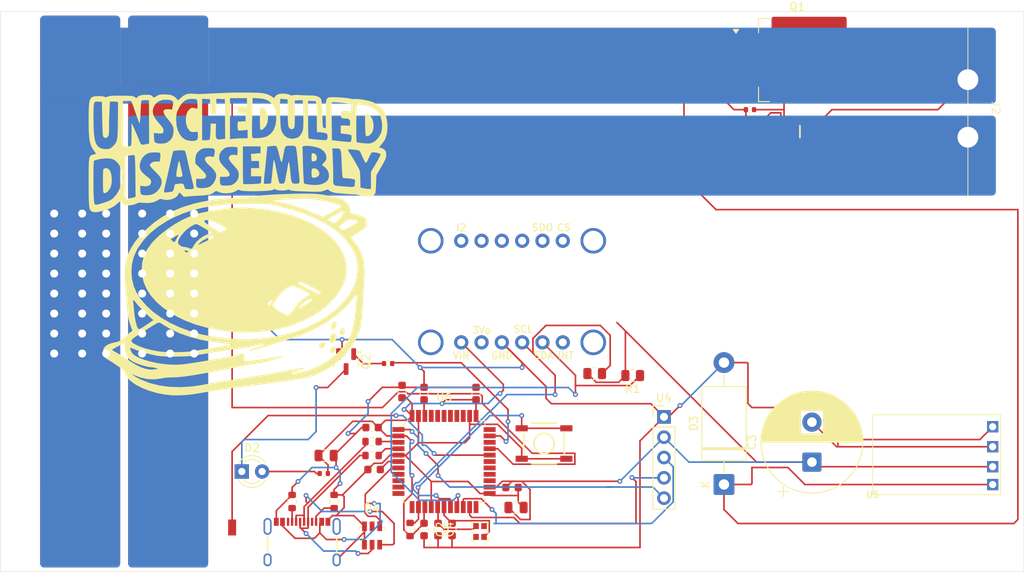
<source format=kicad_pcb>
(kicad_pcb (version 20241229) (generator "pcbnew") (generator_version "9.0")
  (layers (0 "F.Cu" signal) (2 "B.Cu" signal) (13 "F.Paste" user) (15 "B.Paste" user) (5 "F.SilkS" user "F.Silkscreen") (7 "B.SilkS" user "B.Silkscreen") (1 "F.Mask" user) (3 "B.Mask" user) (25 "Edge.Cuts" user))
  (net 0 "")
  (net 1 "5v")
  (net 2 "GND")
  (net 3 "BAT_SAFE")
  (net 4 "Net-(D1-K)")
  (net 5 "Net-(D2-K)")
  (net 6 "Net-(D2-A)")
  (net 7 "MOTOR_2")
  (net 8 "BAT")
  (net 9 "MOTOR_1")
  (net 10 "Net-(Q2-G)")
  (net 11 "SDA")
  (net 12 "SCL")
  (net 13 "RC3")
  (net 14 "RC2")
  (net 15 "RC1")
  (net 21 "Net-(U6-AREF)")
  (net 22 "Net-(U6-XTAL1)")
  (net 23 "Net-(U6-UCAP)")
  (net 24 "D+")
  (net 25 "VBUS")
  (net 27 "D-")
  (net 28 "Net-(J4-CC2)")
  (net 31 "Net-(J4-CC1)")
  (net 35 "Net-(U6-PC7)")
  (net 36 "Net-(U6-D+)")
  (net 37 "Net-(U6-D-)")
  (net 38 "Reset")
  (net 57 "Net-(U6-XTAL2)")
  (footprint "Capacitor_SMD:C_0603_1608Metric" (layer "F.Cu") (at 142.25 122.25 -90)
    (property "Reference" "C4" (at 0 -1.43 90) (layer "F.SilkS"))
    (property "Value" "22pF")
    (pad "1" smd roundrect (at -0.775 0 270) (size 0.9 0.95) (layers "F.Cu" "F.Mask" "F.Paste") (net 57 "Net-(U6-XTAL2)"))
    (pad "2" smd roundrect (at 0.775 0 270) (size 0.9 0.95) (layers "F.Cu" "F.Mask" "F.Paste") (net 2 "GND"))
  )
  (footprint "SparkFun-Resistor:R_0603_1608Metric" (layer "F.Cu") (at 129.25 118.75 -90)
    (property "Reference" "R10")
    (property "Value" "5.1k")
    (pad "1" smd roundrect (at -0.825 0 270) (size 0.8 0.95) (layers "F.Cu" "F.Mask" "F.Paste") (net 2 "GND"))
    (pad "2" smd roundrect (at 0.825 0 270) (size 0.8 0.95) (layers "F.Cu" "F.Mask" "F.Paste") (net 28 "Net-(J4-CC2)"))
  )
  (footprint "SparkFun-Resistor:R_0603_1608Metric" (layer "F.Cu") (at 138.75 122.25 90)
    (property "Reference" "R8")
    (property "Value" "10k")
    (pad "1" smd roundrect (at -0.825 0 90) (size 0.8 0.95) (layers "F.Cu" "F.Mask" "F.Paste") (net 1 "5v"))
    (pad "2" smd roundrect (at 0.825 0 90) (size 0.8 0.95) (layers "F.Cu" "F.Mask" "F.Paste") (net 38 "Reset"))
  )
  (footprint "3lbParts:melty.kicad_sym" (layer "F.Cu") (at 117.25 86.75)
    (property "Reference" "G***" (at 0 0 0) (layer "F.SilkS") (effects (font (size 1.5 1.5) (thickness 0.3))))
    (property "Value" "LOGO" (hide yes))
  )
  (footprint "SparkFun-Clock:Crystal_SMD_2.0x1.6mm" (layer "F.Cu") (at 147.5 122.5 90)
    (property "Reference" "Y1")
    (property "Value" "16MHz")
    (pad "1" smd rect (at -0.675 0.5 90) (size 0.75 0.7) (layers "F.Cu" "F.Mask" "F.Paste") (net 22 "Net-(U6-XTAL1)"))
    (pad "2" smd rect (at 0.675 -0.5 270) (size 0.75 0.7) (layers "F.Cu" "F.Mask" "F.Paste") (net 57 "Net-(U6-XTAL2)"))
    (pad "NC" smd rect (at -0.675 -0.5 90) (size 0.75 0.7) (layers "F.Cu" "F.Mask" "F.Paste"))
    (pad "NC" smd rect (at 0.675 0.5 270) (size 0.75 0.7) (layers "F.Cu" "F.Mask" "F.Paste"))
  )
  (footprint "SparkFun-Resistor:R_0402_1005Metric" (layer "F.Cu") (at 136 101.5 180)
    (property "Reference" "R4")
    (property "Value" "1k")
    (pad "1" smd roundrect (at -0.51 0 180) (size 0.54 0.64) (layers "F.Cu" "F.Mask" "F.Paste") (net 35 "Net-(U6-PC7)"))
    (pad "2" smd roundrect (at 0.51 0 180) (size 0.54 0.64) (layers "F.Cu" "F.Mask" "F.Paste") (net 10 "Net-(Q2-G)"))
  )
  (footprint "SparkFun-Capacitor:C_0603_1608Metric" (layer "F.Cu") (at 134 109.5 180)
    (property "Reference" "C9")
    (property "Value" "0.1uF")
    (pad "1" smd roundrect (at -0.775 0 180) (size 0.9 0.95) (layers "F.Cu" "F.Mask" "F.Paste") (net 1 "5v"))
    (pad "2" smd roundrect (at 0.775 0 180) (size 0.9 0.95) (layers "F.Cu" "F.Mask" "F.Paste") (net 2 "GND"))
  )
  (footprint "Connector_PinHeader_2.54mm:PinHeader_1x05_P2.54mm_Vertical" (layer "F.Cu") (at 170.5 108.17)
    (property "Reference" "U4" (at 0 -2.38 0) (layer "F.SilkS"))
    (property "Value" "RC_RECEIVER")
    (pad "1" thru_hole rect (at 0 0) (size 1.7 1.7) (drill 1) (layers "*.Cu" "*.Mask") (net 2 "GND"))
    (pad "2" thru_hole circle (at 0 2.54) (size 1.7 1.7) (drill 1) (layers "*.Cu" "*.Mask") (net 1 "5v"))
    (pad "3" thru_hole circle (at 0 5.08) (size 1.7 1.7) (drill 1) (layers "*.Cu" "*.Mask") (net 13 "RC3"))
    (pad "4" thru_hole circle (at 0 7.62) (size 1.7 1.7) (drill 1) (layers "*.Cu" "*.Mask") (net 14 "RC2"))
    (pad "5" thru_hole circle (at 0 10.16) (size 1.7 1.7) (drill 1) (layers "*.Cu" "*.Mask") (net 15 "RC1"))
  )
  (footprint "digikey-footprints:SOT23-6L" (layer "F.Cu") (at 134 123)
    (property "Reference" "D4" (at -0.025 -3.425 0) (layer "F.SilkS"))
    (property "Value" "USBLC6-4SC6")
    (pad "1" smd rect (at -0.95 1.15) (size 0.6 1.2) (layers "F.Cu" "F.Mask" "F.Paste") (net 2 "GND"))
    (pad "2" smd rect (at 0 1.15) (size 0.6 1.2) (layers "F.Cu" "F.Mask" "F.Paste") (net 24 "D+"))
    (pad "3" smd rect (at 0.95 1.15) (size 0.6 1.2) (layers "F.Cu" "F.Mask" "F.Paste") (net 27 "D-"))
    (pad "4" smd rect (at 0.95 -1.15) (size 0.6 1.2) (layers "F.Cu" "F.Mask" "F.Paste") (net 25 "VBUS"))
    (pad "5" smd rect (at 0 -1.15) (size 0.6 1.2) (layers "F.Cu" "F.Mask" "F.Paste"))
    (pad "6" smd rect (at -0.95 -1.15) (size 0.6 1.2) (layers "F.Cu" "F.Mask" "F.Paste") (net 2 "GND"))
  )
  (footprint "SparkFun-Semiconductor-Standard:SOD-123" (layer "F.Cu") (at 190 72.5)
    (property "Reference" "D1")
    (property "Value" "D_Zener" (hide yes))
    (pad "1" smd rect (at -1.6 0) (size 1.2 1.2) (layers "F.Cu" "F.Mask" "F.Paste") (net 4 "Net-(D1-K)"))
    (pad "2" smd rect (at 1.6 0) (size 1.2 1.2) (layers "F.Cu" "F.Mask" "F.Paste") (net 2 "GND"))
  )
  (footprint "SparkFun-Resistor:R_0402_1005Metric" (layer "F.Cu") (at 127.96 115.25 180)
    (property "Reference" "R5")
    (property "Value" "150")
    (pad "1" smd roundrect (at -0.51 0 180) (size 0.54 0.64) (layers "F.Cu" "F.Mask" "F.Paste") (net 1 "5v"))
    (pad "2" smd roundrect (at 0.51 0 180) (size 0.54 0.64) (layers "F.Cu" "F.Mask" "F.Paste") (net 6 "Net-(D2-A)"))
  )
  (footprint "Capacitor_THT:CP_Radial_D12.5mm_P5.00mm" (layer "F.Cu") (at 189 113.823959 90)
    (property "Reference" "C3" (at 2.5 -7.5 90) (layer "F.SilkS"))
    (property "Value" "4700uF")
    (pad "1" thru_hole roundrect (at 0 0 90) (size 2.4 2.4) (drill 1.2) (layers "*.Cu" "*.Mask") (roundrect_rratio 0.104167) (net 1 "5v"))
    (pad "2" thru_hole circle (at 5 0 90) (size 2.4 2.4) (drill 1.2) (layers "*.Cu" "*.Mask") (net 2 "GND"))
  )
  (footprint "SparkFun-Capacitor:C_0603_1608Metric" (layer "F.Cu") (at 140.5 122.25 -90)
    (property "Reference" "C6")
    (property "Value" "0.1uF")
    (pad "1" smd roundrect (at -0.775 0 270) (size 0.9 0.95) (layers "F.Cu" "F.Mask" "F.Paste") (net 1 "5v"))
    (pad "2" smd roundrect (at 0.775 0 270) (size 0.9 0.95) (layers "F.Cu" "F.Mask" "F.Paste") (net 2 "GND"))
  )
  (footprint "e3:h3" (layer "F.Cu") (at 150.744851 94.441888)
    (property "Reference" "U2" (hide yes))
    (property "Value" "Adafruit_H3LIS311_Breakout" (hide yes))
    (fp_text user "INT" (at 7.483694 6.059112 0) (layer "F.SilkS") (effects (font (size 0.87376 0.87376) (thickness 0.14224))))
    (fp_text user "GND" (at -0.517306 6.059112 0) (layer "F.SilkS") (effects (font (size 0.87376 0.87376) (thickness 0.14224))))
    (fp_text user "SDO" (at 4.562694 -9.942888 0) (layer "F.SilkS") (effects (font (size 0.87376 0.87376) (thickness 0.14224))))
    (fp_text user "SDA" (at 4.689694 6.059112 0) (layer "F.SilkS") (effects (font (size 0.87376 0.87376) (thickness 0.14224))))
    (fp_text user "CS" (at 7.229694 -9.942888 0) (layer "F.SilkS") (effects (font (size 0.87376 0.87376) (thickness 0.14224))))
    (fp_text user "3Vo" (at -3.057306 2.884112 0) (layer "F.SilkS") (effects (font (size 0.87376 0.87376) (thickness 0.14224))))
    (fp_text user "VIN" (at -5.597306 6.059112 0) (layer "F.SilkS") (effects (font (size 0.87376 0.87376) (thickness 0.14224))))
    (fp_text user "SCL" (at 2.149694 2.757112 0) (layer "F.SilkS") (effects (font (size 0.87376 0.87376) (thickness 0.14224))))
    (fp_text user "I2" (at -5.597306 -9.942888 0) (layer "F.SilkS") (effects (font (size 0.87376 0.87376) (thickness 0.14224))))
    (pad "1" thru_hole circle (at -5.597306 4.408112 90) (size 1.778 1.778) (drill 1) (layers "*.Cu" "*.Mask") (net 1 "5v"))
    (pad "2" thru_hole circle (at -3.057306 4.408112 90) (size 1.778 1.778) (drill 1) (layers "*.Cu" "*.Mask"))
    (pad "3" thru_hole circle (at -0.517306 4.408112 90) (size 1.778 1.778) (drill 1) (layers "*.Cu" "*.Mask") (net 2 "GND"))
    (pad "4" thru_hole circle (at 2.022694 4.408112 90) (size 1.778 1.778) (drill 1) (layers "*.Cu" "*.Mask") (net 12 "SCL"))
    (pad "5" thru_hole circle (at 4.562694 4.408112 90) (size 1.778 1.778) (drill 1) (layers "*.Cu" "*.Mask") (net 11 "SDA"))
    (pad "6" thru_hole circle (at 7.102694 4.408112 90) (size 1.778 1.778) (drill 1) (layers "*.Cu" "*.Mask"))
    (pad "7" thru_hole circle (at -5.597306 -8.291888 270) (size 1.778 1.778) (drill 1) (layers "*.Cu" "*.Mask"))
    (pad "8" thru_hole circle (at -3.057306 -8.291888 270) (size 1.778 1.778) (drill 1) (layers "*.Cu" "*.Mask"))
    (pad "9" thru_hole circle (at -0.517306 -8.291888 270) (size 1.778 1.778) (drill 1) (layers "*.Cu" "*.Mask"))
    (pad "10" thru_hole circle (at 2.022694 -8.291888 270) (size 1.778 1.778) (drill 1) (layers "*.Cu" "*.Mask"))
    (pad "11" thru_hole circle (at 4.562694 -8.291888 270) (size 1.778 1.778) (drill 1) (layers "*.Cu" "*.Mask"))
    (pad "12" thru_hole circle (at 7.102694 -8.291888 270) (size 1.778 1.778) (drill 1) (layers "*.Cu" "*.Mask"))
    (pad "P$1" thru_hole circle (at -9.407306 -8.291888) (size 3.2 3.2) (drill 2.5) (layers "*.Cu" "*.Mask"))
    (pad "P$1" thru_hole circle (at -9.407306 4.408112) (size 3.2 3.2) (drill 2.5) (layers "*.Cu" "*.Mask"))
    (pad "P$1" thru_hole circle (at 10.912694 -8.291888) (size 3.2 3.2) (drill 2.5) (layers "*.Cu" "*.Mask"))
    (pad "P$1" thru_hole circle (at 10.912694 4.408112) (size 3.2 3.2) (drill 2.5) (layers "*.Cu" "*.Mask"))
    (zone (net 0) (net_name "") (layer "F.Cu") (connect_pads (clearance 0)) (min_thickness 0.25)
      (keepout (tracks not_allowed) (vias not_allowed) (pads not_allowed) (copperpour not_allowed) (footprints allowed))
      (fill (thermal_gap 0.5) (thermal_bridge_width 0.5))
      (polygon (pts (xy 143.353545 86.15) (xy 143.333925 85.869427) (xy 143.275449 85.594315) (xy 143.179253 85.330019) (xy 143.04721 85.081683) (xy 142.881891 84.85414) (xy 142.686512 84.65182) (xy 142.464878 84.47866) (xy 142.221301 84.338031) (xy 141.960523 84.23267) (xy 141.68762 84.164628) (xy 141.407902 84.135228) (xy 141.126816 84.145044) (xy 140.84983 84.193884) (xy 140.582338 84.280797) (xy 140.329545 84.404093) (xy 140.096371 84.56137) (xy 139.887356 84.749569) (xy 139.706567 84.965025) (xy 139.557523 85.203545) (xy 139.443125 85.460487) (xy 139.365599 85.73085) (xy 139.326456 86.009371) (xy 139.326456 86.290629) (xy 139.365599 86.56915) (xy 139.443125 86.839513) (xy 139.557523 87.096455) (xy 139.706567 87.334975) (xy 139.887356 87.550431) (xy 140.096371 87.73863) (xy 140.329545 87.895907) (xy 140.582338 88.019203) (xy 140.84983 88.106116) (xy 141.126816 88.154956) (xy 141.407902 88.164772) (xy 141.68762 88.135372) (xy 141.960523 88.06733) (xy 142.221301 87.961969) (xy 142.464878 87.82134) (xy 142.686512 87.64818) (xy 142.881891 87.44586) (xy 143.04721 87.218317) (xy 143.179253 86.969981) (xy 143.275449 86.705685) (xy 143.333925 86.430573)))
      (polygon (pts (xy 141.321545 86.15) (xy 141.326231 86.161314) (xy 141.337545 86.166) (xy 141.348859 86.161314) (xy 141.353545 86.15) (xy 141.348859 86.138686) (xy 141.337545 86.134) (xy 141.326231 86.138686)))
    )
    (zone (net 0) (net_name "") (layer "F.Cu") (connect_pads (clearance 0)) (min_thickness 0.25)
      (keepout (tracks not_allowed) (vias not_allowed) (pads not_allowed) (copperpour not_allowed) (footprints allowed))
      (fill (thermal_gap 0.5) (thermal_bridge_width 0.5))
      (polygon (pts (xy 143.353545 98.85) (xy 143.333925 98.569427) (xy 143.275449 98.294315) (xy 143.179253 98.030019) (xy 143.04721 97.781683) (xy 142.881891 97.55414) (xy 142.686512 97.35182) (xy 142.464878 97.17866) (xy 142.221301 97.038031) (xy 141.960523 96.93267) (xy 141.68762 96.864628) (xy 141.407902 96.835228) (xy 141.126816 96.845044) (xy 140.84983 96.893884) (xy 140.582338 96.980797) (xy 140.329545 97.104093) (xy 140.096371 97.26137) (xy 139.887356 97.449569) (xy 139.706567 97.665025) (xy 139.557523 97.903545) (xy 139.443125 98.160487) (xy 139.365599 98.43085) (xy 139.326456 98.709371) (xy 139.326456 98.990629) (xy 139.365599 99.26915) (xy 139.443125 99.539513) (xy 139.557523 99.796455) (xy 139.706567 100.034975) (xy 139.887356 100.250431) (xy 140.096371 100.43863) (xy 140.329545 100.595907) (xy 140.582338 100.719203) (xy 140.84983 100.806116) (xy 141.126816 100.854956) (xy 141.407902 100.864772) (xy 141.68762 100.835372) (xy 141.960523 100.76733) (xy 142.221301 100.661969) (xy 142.464878 100.52134) (xy 142.686512 100.34818) (xy 142.881891 100.14586) (xy 143.04721 99.918317) (xy 143.179253 99.669981) (xy 143.275449 99.405685) (xy 143.333925 99.130573)))
      (polygon (pts (xy 141.321545 98.85) (xy 141.326231 98.861314) (xy 141.337545 98.866) (xy 141.348859 98.861314) (xy 141.353545 98.85) (xy 141.348859 98.838686) (xy 141.337545 98.834) (xy 141.326231 98.838686)))
    )
    (zone (net 0) (net_name "") (layer "F.Cu") (connect_pads (clearance 0)) (min_thickness 0.25)
      (keepout (tracks not_allowed) (vias not_allowed) (pads not_allowed) (copperpour not_allowed) (footprints allowed))
      (fill (thermal_gap 0.5) (thermal_bridge_width 0.5))
      (polygon (pts (xy 163.673545 86.15) (xy 163.653925 85.869427) (xy 163.595449 85.594315) (xy 163.499253 85.330019) (xy 163.36721 85.081683) (xy 163.201891 84.85414) (xy 163.006512 84.65182) (xy 162.784878 84.47866) (xy 162.541301 84.338031) (xy 162.280523 84.23267) (xy 162.00762 84.164628) (xy 161.727902 84.135228) (xy 161.446816 84.145044) (xy 161.16983 84.193884) (xy 160.902338 84.280797) (xy 160.649545 84.404093) (xy 160.416371 84.56137) (xy 160.207356 84.749569) (xy 160.026567 84.965025) (xy 159.877523 85.203545) (xy 159.763125 85.460487) (xy 159.685599 85.73085) (xy 159.646456 86.009371) (xy 159.646456 86.290629) (xy 159.685599 86.56915) (xy 159.763125 86.839513) (xy 159.877523 87.096455) (xy 160.026567 87.334975) (xy 160.207356 87.550431) (xy 160.416371 87.73863) (xy 160.649545 87.895907) (xy 160.902338 88.019203) (xy 161.16983 88.106116) (xy 161.446816 88.154956) (xy 161.727902 88.164772) (xy 162.00762 88.135372) (xy 162.280523 88.06733) (xy 162.541301 87.961969) (xy 162.784878 87.82134) (xy 163.006512 87.64818) (xy 163.201891 87.44586) (xy 163.36721 87.218317) (xy 163.499253 86.969981) (xy 163.595449 86.705685) (xy 163.653925 86.430573)))
      (polygon (pts (xy 161.641545 86.15) (xy 161.646231 86.161314) (xy 161.657545 86.166) (xy 161.668859 86.161314) (xy 161.673545 86.15) (xy 161.668859 86.138686) (xy 161.657545 86.134) (xy 161.646231 86.138686)))
    )
    (zone (net 0) (net_name "") (layer "F.Cu") (connect_pads (clearance 0)) (min_thickness 0.25)
      (keepout (tracks not_allowed) (vias not_allowed) (pads not_allowed) (copperpour not_allowed) (footprints allowed))
      (fill (thermal_gap 0.5) (thermal_bridge_width 0.5))
      (polygon (pts (xy 163.673545 98.85) (xy 163.653925 98.569427) (xy 163.595449 98.294315) (xy 163.499253 98.030019) (xy 163.36721 97.781683) (xy 163.201891 97.55414) (xy 163.006512 97.35182) (xy 162.784878 97.17866) (xy 162.541301 97.038031) (xy 162.280523 96.93267) (xy 162.00762 96.864628) (xy 161.727902 96.835228) (xy 161.446816 96.845044) (xy 161.16983 96.893884) (xy 160.902338 96.980797) (xy 160.649545 97.104093) (xy 160.416371 97.26137) (xy 160.207356 97.449569) (xy 160.026567 97.665025) (xy 159.877523 97.903545) (xy 159.763125 98.160487) (xy 159.685599 98.43085) (xy 159.646456 98.709371) (xy 159.646456 98.990629) (xy 159.685599 99.26915) (xy 159.763125 99.539513) (xy 159.877523 99.796455) (xy 160.026567 100.034975) (xy 160.207356 100.250431) (xy 160.416371 100.43863) (xy 160.649545 100.595907) (xy 160.902338 100.719203) (xy 161.16983 100.806116) (xy 161.446816 100.854956) (xy 161.727902 100.864772) (xy 162.00762 100.835372) (xy 162.280523 100.76733) (xy 162.541301 100.661969) (xy 162.784878 100.52134) (xy 163.006512 100.34818) (xy 163.201891 100.14586) (xy 163.36721 99.918317) (xy 163.499253 99.669981) (xy 163.595449 99.405685) (xy 163.653925 99.130573)))
      (polygon (pts (xy 161.641545 98.85) (xy 161.646231 98.861314) (xy 161.657545 98.866) (xy 161.668859 98.861314) (xy 161.673545 98.85) (xy 161.668859 98.838686) (xy 161.657545 98.834) (xy 161.646231 98.838686)))
    )
    (zone (net 0) (net_name "") (layer "F.Cu") (connect_pads (clearance 0)) (min_thickness 0.25)
      (keepout (tracks not_allowed) (vias not_allowed) (pads not_allowed) (copperpour not_allowed) (footprints allowed))
      (fill (thermal_gap 0.5) (thermal_bridge_width 0.5))
      (polygon (pts (xy 163.673545 98.85) (xy 163.653925 98.569427) (xy 163.595449 98.294315) (xy 163.499253 98.030019) (xy 163.36721 97.781683) (xy 163.201891 97.55414) (xy 163.006512 97.35182) (xy 162.784878 97.17866) (xy 162.541301 97.038031) (xy 162.280523 96.93267) (xy 162.00762 96.864628) (xy 161.727902 96.835228) (xy 161.446816 96.845044) (xy 161.16983 96.893884) (xy 160.902338 96.980797) (xy 160.649545 97.104093) (xy 160.416371 97.26137) (xy 160.207356 97.449569) (xy 160.026567 97.665025) (xy 159.877523 97.903545) (xy 159.763125 98.160487) (xy 159.685599 98.43085) (xy 159.646456 98.709371) (xy 159.646456 98.990629) (xy 159.685599 99.26915) (xy 159.763125 99.539513) (xy 159.877523 99.796455) (xy 160.026567 100.034975) (xy 160.207356 100.250431) (xy 160.416371 100.43863) (xy 160.649545 100.595907) (xy 160.902338 100.719203) (xy 161.16983 100.806116) (xy 161.446816 100.854956) (xy 161.727902 100.864772) (xy 162.00762 100.835372) (xy 162.280523 100.76733) (xy 162.541301 100.661969) (xy 162.784878 100.52134) (xy 163.006512 100.34818) (xy 163.201891 100.14586) (xy 163.36721 99.918317) (xy 163.499253 99.669981) (xy 163.595449 99.405685) (xy 163.653925 99.130573)))
      (polygon (pts (xy 161.641545 98.85) (xy 161.646231 98.861314) (xy 161.657545 98.866) (xy 161.668859 98.861314) (xy 161.673545 98.85) (xy 161.668859 98.838686) (xy 161.657545 98.834) (xy 161.646231 98.838686)))
    )
    (zone (net 0) (net_name "") (layer "B.Cu") (connect_pads (clearance 0)) (min_thickness 0.25)
      (keepout (tracks not_allowed) (vias not_allowed) (pads not_allowed) (copperpour not_allowed) (footprints allowed))
      (fill (thermal_gap 0.5) (thermal_bridge_width 0.5))
      (polygon (pts (xy 143.353545 86.15) (xy 143.333925 85.869427) (xy 143.275449 85.594315) (xy 143.179253 85.330019) (xy 143.04721 85.081683) (xy 142.881891 84.85414) (xy 142.686512 84.65182) (xy 142.464878 84.47866) (xy 142.221301 84.338031) (xy 141.960523 84.23267) (xy 141.68762 84.164628) (xy 141.407902 84.135228) (xy 141.126816 84.145044) (xy 140.84983 84.193884) (xy 140.582338 84.280797) (xy 140.329545 84.404093) (xy 140.096371 84.56137) (xy 139.887356 84.749569) (xy 139.706567 84.965025) (xy 139.557523 85.203545) (xy 139.443125 85.460487) (xy 139.365599 85.73085) (xy 139.326456 86.009371) (xy 139.326456 86.290629) (xy 139.365599 86.56915) (xy 139.443125 86.839513) (xy 139.557523 87.096455) (xy 139.706567 87.334975) (xy 139.887356 87.550431) (xy 140.096371 87.73863) (xy 140.329545 87.895907) (xy 140.582338 88.019203) (xy 140.84983 88.106116) (xy 141.126816 88.154956) (xy 141.407902 88.164772) (xy 141.68762 88.135372) (xy 141.960523 88.06733) (xy 142.221301 87.961969) (xy 142.464878 87.82134) (xy 142.686512 87.64818) (xy 142.881891 87.44586) (xy 143.04721 87.218317) (xy 143.179253 86.969981) (xy 143.275449 86.705685) (xy 143.333925 86.430573)))
      (polygon (pts (xy 141.321545 86.15) (xy 141.326231 86.161314) (xy 141.337545 86.166) (xy 141.348859 86.161314) (xy 141.353545 86.15) (xy 141.348859 86.138686) (xy 141.337545 86.134) (xy 141.326231 86.138686)))
    )
    (zone (net 0) (net_name "") (layer "B.Cu") (connect_pads (clearance 0)) (min_thickness 0.25)
      (keepout (tracks not_allowed) (vias not_allowed) (pads not_allowed) (copperpour not_allowed) (footprints allowed))
      (fill (thermal_gap 0.5) (thermal_bridge_width 0.5))
      (polygon (pts (xy 143.353545 98.85) (xy 143.333925 98.569427) (xy 143.275449 98.294315) (xy 143.179253 98.030019) (xy 143.04721 97.781683) (xy 142.881891 97.55414) (xy 142.686512 97.35182) (xy 142.464878 97.17866) (xy 142.221301 97.038031) (xy 141.960523 96.93267) (xy 141.68762 96.864628) (xy 141.407902 96.835228) (xy 141.126816 96.845044) (xy 140.84983 96.893884) (xy 140.582338 96.980797) (xy 140.329545 97.104093) (xy 140.096371 97.26137) (xy 139.887356 97.449569) (xy 139.706567 97.665025) (xy 139.557523 97.903545) (xy 139.443125 98.160487) (xy 139.365599 98.43085) (xy 139.326456 98.709371) (xy 139.326456 98.990629) (xy 139.365599 99.26915) (xy 139.443125 99.539513) (xy 139.557523 99.796455) (xy 139.706567 100.034975) (xy 139.887356 100.250431) (xy 140.096371 100.43863) (xy 140.329545 100.595907) (xy 140.582338 100.719203) (xy 140.84983 100.806116) (xy 141.126816 100.854956) (xy 141.407902 100.864772) (xy 141.68762 100.835372) (xy 141.960523 100.76733) (xy 142.221301 100.661969) (xy 142.464878 100.52134) (xy 142.686512 100.34818) (xy 142.881891 100.14586) (xy 143.04721 99.918317) (xy 143.179253 99.669981) (xy 143.275449 99.405685) (xy 143.333925 99.130573)))
      (polygon (pts (xy 141.321545 98.85) (xy 141.326231 98.861314) (xy 141.337545 98.866) (xy 141.348859 98.861314) (xy 141.353545 98.85) (xy 141.348859 98.838686) (xy 141.337545 98.834) (xy 141.326231 98.838686)))
    )
    (zone (net 0) (net_name "") (layer "B.Cu") (connect_pads (clearance 0)) (min_thickness 0.25)
      (keepout (tracks not_allowed) (vias not_allowed) (pads not_allowed) (copperpour not_allowed) (footprints allowed))
      (fill (thermal_gap 0.5) (thermal_bridge_width 0.5))
      (polygon (pts (xy 163.673545 86.15) (xy 163.653925 85.869427) (xy 163.595449 85.594315) (xy 163.499253 85.330019) (xy 163.36721 85.081683) (xy 163.201891 84.85414) (xy 163.006512 84.65182) (xy 162.784878 84.47866) (xy 162.541301 84.338031) (xy 162.280523 84.23267) (xy 162.00762 84.164628) (xy 161.727902 84.135228) (xy 161.446816 84.145044) (xy 161.16983 84.193884) (xy 160.902338 84.280797) (xy 160.649545 84.404093) (xy 160.416371 84.56137) (xy 160.207356 84.749569) (xy 160.026567 84.965025) (xy 159.877523 85.203545) (xy 159.763125 85.460487) (xy 159.685599 85.73085) (xy 159.646456 86.009371) (xy 159.646456 86.290629) (xy 159.685599 86.56915) (xy 159.763125 86.839513) (xy 159.877523 87.096455) (xy 160.026567 87.334975) (xy 160.207356 87.550431) (xy 160.416371 87.73863) (xy 160.649545 87.895907) (xy 160.902338 88.019203) (xy 161.16983 88.106116) (xy 161.446816 88.154956) (xy 161.727902 88.164772) (xy 162.00762 88.135372) (xy 162.280523 88.06733) (xy 162.541301 87.961969) (xy 162.784878 87.82134) (xy 163.006512 87.64818) (xy 163.201891 87.44586) (xy 163.36721 87.218317) (xy 163.499253 86.969981) (xy 163.595449 86.705685) (xy 163.653925 86.430573)))
      (polygon (pts (xy 161.641545 86.15) (xy 161.646231 86.161314) (xy 161.657545 86.166) (xy 161.668859 86.161314) (xy 161.673545 86.15) (xy 161.668859 86.138686) (xy 161.657545 86.134) (xy 161.646231 86.138686)))
    )
    (zone (net 0) (net_name "") (layer "B.Cu") (connect_pads (clearance 0)) (min_thickness 0.25)
      (keepout (tracks not_allowed) (vias not_allowed) (pads not_allowed) (copperpour not_allowed) (footprints allowed))
      (fill (thermal_gap 0.5) (thermal_bridge_width 0.5))
      (polygon (pts (xy 163.673545 98.85) (xy 163.653925 98.569427) (xy 163.595449 98.294315) (xy 163.499253 98.030019) (xy 163.36721 97.781683) (xy 163.201891 97.55414) (xy 163.006512 97.35182) (xy 162.784878 97.17866) (xy 162.541301 97.038031) (xy 162.280523 96.93267) (xy 162.00762 96.864628) (xy 161.727902 96.835228) (xy 161.446816 96.845044) (xy 161.16983 96.893884) (xy 160.902338 96.980797) (xy 160.649545 97.104093) (xy 160.416371 97.26137) (xy 160.207356 97.449569) (xy 160.026567 97.665025) (xy 159.877523 97.903545) (xy 159.763125 98.160487) (xy 159.685599 98.43085) (xy 159.646456 98.709371) (xy 159.646456 98.990629) (xy 159.685599 99.26915) (xy 159.763125 99.539513) (xy 159.877523 99.796455) (xy 160.026567 100.034975) (xy 160.207356 100.250431) (xy 160.416371 100.43863) (xy 160.649545 100.595907) (xy 160.902338 100.719203) (xy 161.16983 100.806116) (xy 161.446816 100.854956) (xy 161.727902 100.864772) (xy 162.00762 100.835372) (xy 162.280523 100.76733) (xy 162.541301 100.661969) (xy 162.784878 100.52134) (xy 163.006512 100.34818) (xy 163.201891 100.14586) (xy 163.36721 99.918317) (xy 163.499253 99.669981) (xy 163.595449 99.405685) (xy 163.653925 99.130573)))
      (polygon (pts (xy 161.641545 98.85) (xy 161.646231 98.861314) (xy 161.657545 98.866) (xy 161.668859 98.861314) (xy 161.673545 98.85) (xy 161.668859 98.838686) (xy 161.657545 98.834) (xy 161.646231 98.838686)))
    )
    (zone (net 0) (net_name "") (layer "B.Cu") (connect_pads (clearance 0)) (min_thickness 0.25)
      (keepout (tracks not_allowed) (vias not_allowed) (pads not_allowed) (copperpour not_allowed) (footprints allowed))
      (fill (thermal_gap 0.5) (thermal_bridge_width 0.5))
      (polygon (pts (xy 163.673545 98.85) (xy 163.653925 98.569427) (xy 163.595449 98.294315) (xy 163.499253 98.030019) (xy 163.36721 97.781683) (xy 163.201891 97.55414) (xy 163.006512 97.35182) (xy 162.784878 97.17866) (xy 162.541301 97.038031) (xy 162.280523 96.93267) (xy 162.00762 96.864628) (xy 161.727902 96.835228) (xy 161.446816 96.845044) (xy 161.16983 96.893884) (xy 160.902338 96.980797) (xy 160.649545 97.104093) (xy 160.416371 97.26137) (xy 160.207356 97.449569) (xy 160.026567 97.665025) (xy 159.877523 97.903545) (xy 159.763125 98.160487) (xy 159.685599 98.43085) (xy 159.646456 98.709371) (xy 159.646456 98.990629) (xy 159.685599 99.26915) (xy 159.763125 99.539513) (xy 159.877523 99.796455) (xy 160.026567 100.034975) (xy 160.207356 100.250431) (xy 160.416371 100.43863) (xy 160.649545 100.595907) (xy 160.902338 100.719203) (xy 161.16983 100.806116) (xy 161.446816 100.854956) (xy 161.727902 100.864772) (xy 162.00762 100.835372) (xy 162.280523 100.76733) (xy 162.541301 100.661969) (xy 162.784878 100.52134) (xy 163.006512 100.34818) (xy 163.201891 100.14586) (xy 163.36721 99.918317) (xy 163.499253 99.669981) (xy 163.595449 99.405685) (xy 163.653925 99.130573)))
      (polygon (pts (xy 161.641545 98.85) (xy 161.646231 98.861314) (xy 161.657545 98.866) (xy 161.668859 98.861314) (xy 161.673545 98.85) (xy 161.668859 98.838686) (xy 161.657545 98.834) (xy 161.646231 98.838686)))
    )
  )
  (footprint "Diode_THT:D_DO-201AE_P15.24mm_Horizontal" (layer "F.Cu") (at 178 116.62 90)
    (property "Reference" "D3" (at 7.62 -3.77 90) (layer "F.SilkS"))
    (property "Value" "1.5KExxA")
    (fp_text user "K" (at 0 -2.3 90) (layer "F.SilkS"))
    (pad "1" thru_hole roundrect (at 0 0 90) (size 2.6 2.6) (drill 1.3) (layers "*.Cu" "*.Mask") (roundrect_rratio 0.096154) (net 3 "BAT_SAFE"))
    (pad "2" thru_hole circle (at 15.24 0 90) (size 2.6 2.6) (drill 1.3) (layers "*.Cu" "*.Mask") (net 2 "GND"))
  )
  (footprint "LED_THT:LED_D3.0mm" (layer "F.Cu") (at 117.71 115)
    (property "Reference" "D2" (at 1.27 -2.96 0) (layer "F.SilkS"))
    (property "Value" "Blue LED ~ 3.5v / 20ma")
    (pad "1" thru_hole rect (at 0 0) (size 1.8 1.8) (drill 0.9) (layers "*.Cu" "*.Mask") (net 5 "Net-(D2-K)"))
    (pad "2" thru_hole circle (at 2.54 0) (size 1.8 1.8) (drill 0.9) (layers "*.Cu" "*.Mask") (net 6 "Net-(D2-A)"))
  )
  (footprint "SparkFun-Capacitor:C_0603_1608Metric" (layer "F.Cu") (at 151.5 117 180)
    (property "Reference" "C5")
    (property "Value" "0.1uF")
    (pad "1" smd roundrect (at -0.775 0 180) (size 0.9 0.95) (layers "F.Cu" "F.Mask" "F.Paste") (net 2 "GND"))
    (pad "2" smd roundrect (at 0.775 0 180) (size 0.9 0.95) (layers "F.Cu" "F.Mask" "F.Paste") (net 1 "5v"))
  )
  (footprint "SparkFun-Capacitor:C_0805_2012Metric" (layer "F.Cu") (at 128.25 113)
    (property "Reference" "C1")
    (property "Value" "47uF")
    (pad "1" smd roundrect (at -0.95 0) (size 1 1.45) (layers "F.Cu" "F.Mask" "F.Paste") (net 1 "5v"))
    (pad "2" smd roundrect (at 0.95 0) (size 1 1.45) (layers "F.Cu" "F.Mask" "F.Paste") (net 2 "GND"))
  )
  (footprint "SparkFun-Resistor:R_0402_1005Metric" (layer "F.Cu") (at 181.25 69.75 180)
    (property "Reference" "R3")
    (property "Value" "10k")
    (pad "1" smd roundrect (at -0.51 0 180) (size 0.54 0.64) (layers "F.Cu" "F.Mask" "F.Paste") (net 4 "Net-(D1-K)"))
    (pad "2" smd roundrect (at 0.51 0 180) (size 0.54 0.64) (layers "F.Cu" "F.Mask" "F.Paste") (net 8 "BAT"))
  )
  (footprint "SparkFun-Resistor:R_0603_1608Metric" (layer "F.Cu") (at 134 113)
    (property "Reference" "R6")
    (property "Value" "22")
    (pad "1" smd roundrect (at -0.825 0) (size 0.8 0.95) (layers "F.Cu" "F.Mask" "F.Paste") (net 24 "D+"))
    (pad "2" smd roundrect (at 0.825 0) (size 0.8 0.95) (layers "F.Cu" "F.Mask" "F.Paste") (net 36 "Net-(U6-D+)"))
  )
  (footprint "Package_TO_SOT_SMD:TO-263-2" (layer "F.Cu") (at 187.15 63.54)
    (property "Reference" "Q1" (at 0 -6.65 0) (layer "F.SilkS"))
    (property "Value" "SUM110P06-07L-E3")
    (pad "1" smd roundrect (at -7.65 -2.54) (size 4.6 1.1) (layers "F.Cu" "F.Mask" "F.Paste") (roundrect_rratio 0.227273) (net 3 "BAT_SAFE"))
    (pad "2" smd roundrect (at 1.5 0) (size 9.4 10.8) (layers "F.Cu" "F.Mask") (roundrect_rratio 0.026596) (net 4 "Net-(D1-K)"))
    (pad "3" smd roundrect (at -7.65 2.54) (size 4.6 1.1) (layers "F.Cu" "F.Mask" "F.Paste") (roundrect_rratio 0.227273) (net 8 "BAT"))
  )
  (footprint "SparkFun-Capacitor:C_0805_2012Metric" (layer "F.Cu") (at 152 119.5)
    (property "Reference" "C11")
    (property "Value" "10uF")
    (pad "1" smd roundrect (at -0.95 0) (size 1 1.45) (layers "F.Cu" "F.Mask" "F.Paste") (net 1 "5v"))
    (pad "2" smd roundrect (at 0.95 0) (size 1 1.45) (layers "F.Cu" "F.Mask" "F.Paste") (net 2 "GND"))
  )
  (footprint "SparkFun-Switch:Push_SMD_5.2x5.2mm_h1.9mm" (layer "F.Cu") (at 155.5 111.5)
    (property "Reference" "SW1")
    (property "Value" "SMD_5.2x5.2mm_h1.5mm")
    (pad "1" smd rect (at -2.794 -1.905 90) (size 0.762 1.524) (layers "F.Cu" "F.Mask" "F.Paste") (net 38 "Reset"))
    (pad "1" smd rect (at 2.794 -1.905 90) (size 0.762 1.524) (layers "F.Cu" "F.Mask" "F.Paste") (net 38 "Reset"))
    (pad "2" smd rect (at -2.794 1.905 90) (size 0.762 1.524) (layers "F.Cu" "F.Mask" "F.Paste") (net 2 "GND"))
    (pad "2" smd rect (at 2.794 1.905 90) (size 0.762 1.524) (layers "F.Cu" "F.Mask" "F.Paste") (net 2 "GND"))
  )
  (footprint "3lbParts:ESC" (layer "F.Cu") (at 103 122 90)
    (property "Reference" "J3" (hide yes))
    (property "Value" "Esc 1" (hide yes))
    (pad "1" smd rect (at 0 -5.5 90) (size 6 6) (layers "F.Cu" "F.Mask" "F.Paste") (net 8 "BAT"))
    (pad "2" smd rect (at 0 13.5 90) (size 2 1) (layers "F.Cu" "F.Mask" "F.Paste") (net 9 "MOTOR_1"))
    (pad "3" smd rect (at 0 5.5 90) (size 6 6) (layers "F.Cu" "F.Mask" "F.Paste") (net 2 "GND"))
  )
  (footprint "SparkFun-Resistor:R_0805_2012Metric" (layer "F.Cu") (at 161.8375 102.75 180)
    (property "Reference" "R2")
    (property "Value" "4.7k")
    (pad "1" smd roundrect (at -0.9125 0 180) (size 1.025 1.4) (layers "F.Cu" "F.Mask" "F.Paste") (roundrect_rratio 0.243902) (net 12 "SCL"))
    (pad "2" smd roundrect (at 0.9125 0 180) (size 1.025 1.4) (layers "F.Cu" "F.Mask" "F.Paste") (roundrect_rratio 0.243902) (net 1 "5v"))
  )
  (footprint "SparkFun-Resistor:R_0603_1608Metric" (layer "F.Cu") (at 134 111.25)
    (property "Reference" "R7")
    (property "Value" "22")
    (pad "1" smd roundrect (at -0.825 0) (size 0.8 0.95) (layers "F.Cu" "F.Mask" "F.Paste") (net 27 "D-"))
    (pad "2" smd roundrect (at 0.825 0) (size 0.8 0.95) (layers "F.Cu" "F.Mask" "F.Paste") (net 37 "Net-(U6-D-)"))
  )
  (footprint "digikey-footprints:TQFP-44_10x10mm" (layer "F.Cu") (at 143 113.75)
    (property "Reference" "U6" (at 0 -8 0) (layer "F.SilkS"))
    (property "Value" "ATMEGA32U4-AU")
    (pad "1" smd rect (at -5.7 -4) (size 1.5 0.6) (layers "F.Cu" "F.Mask" "F.Paste") (net 15 "RC1"))
    (pad "2" smd rect (at -5.7 -3.2) (size 1.5 0.6) (layers "F.Cu" "F.Mask" "F.Paste") (net 1 "5v"))
    (pad "3" smd rect (at -5.7 -2.4) (size 1.5 0.6) (layers "F.Cu" "F.Mask" "F.Paste") (net 37 "Net-(U6-D-)"))
    (pad "4" smd rect (at -5.7 -1.6) (size 1.5 0.6) (layers "F.Cu" "F.Mask" "F.Paste") (net 36 "Net-(U6-D+)"))
    (pad "5" smd rect (at -5.7 -0.8) (size 1.5 0.6) (layers "F.Cu" "F.Mask" "F.Paste") (net 2 "GND"))
    (pad "6" smd rect (at -5.7 0) (size 1.5 0.6) (layers "F.Cu" "F.Mask" "F.Paste") (net 23 "Net-(U6-UCAP)"))
    (pad "7" smd rect (at -5.7 0.8) (size 1.5 0.6) (layers "F.Cu" "F.Mask" "F.Paste") (net 25 "VBUS"))
    (pad "8" smd rect (at -5.7 1.6) (size 1.5 0.6) (layers "F.Cu" "F.Mask" "F.Paste"))
    (pad "9" smd rect (at -5.7 2.4) (size 1.5 0.6) (layers "F.Cu" "F.Mask" "F.Paste"))
    (pad "10" smd rect (at -5.7 3.2) (size 1.5 0.6) (layers "F.Cu" "F.Mask" "F.Paste"))
    (pad "11" smd rect (at -5.7 4) (size 1.5 0.6) (layers "F.Cu" "F.Mask" "F.Paste"))
    (pad "12" smd rect (at -4 5.7) (size 0.6 1.5) (layers "F.Cu" "F.Mask" "F.Paste"))
    (pad "13" smd rect (at -3.2 5.7) (size 0.6 1.5) (layers "F.Cu" "F.Mask" "F.Paste") (net 38 "Reset"))
    (pad "14" smd rect (at -2.4 5.7) (size 0.6 1.5) (layers "F.Cu" "F.Mask" "F.Paste") (net 1 "5v"))
    (pad "15" smd rect (at -1.6 5.7) (size 0.6 1.5) (layers "F.Cu" "F.Mask" "F.Paste") (net 2 "GND"))
    (pad "16" smd rect (at -0.8 5.7) (size 0.6 1.5) (layers "F.Cu" "F.Mask" "F.Paste") (net 57 "Net-(U6-XTAL2)"))
    (pad "17" smd rect (at 0 5.7) (size 0.6 1.5) (layers "F.Cu" "F.Mask" "F.Paste") (net 22 "Net-(U6-XTAL1)"))
    (pad "18" smd rect (at 0.8 5.7) (size 0.6 1.5) (layers "F.Cu" "F.Mask" "F.Paste") (net 12 "SCL"))
    (pad "19" smd rect (at 1.6 5.7) (size 0.6 1.5) (layers "F.Cu" "F.Mask" "F.Paste") (net 11 "SDA"))
    (pad "20" smd rect (at 2.4 5.7) (size 0.6 1.5) (layers "F.Cu" "F.Mask" "F.Paste") (net 13 "RC3"))
    (pad "21" smd rect (at 3.2 5.7) (size 0.6 1.5) (layers "F.Cu" "F.Mask" "F.Paste") (net 14 "RC2"))
    (pad "22" smd rect (at 4 5.7) (size 0.6 1.5) (layers "F.Cu" "F.Mask" "F.Paste"))
    (pad "23" smd rect (at 5.7 4) (size 1.5 0.6) (layers "F.Cu" "F.Mask" "B.Adhes" "F.Paste") (net 2 "GND"))
    (pad "24" smd rect (at 5.7 3.2) (size 1.5 0.6) (layers "F.Cu" "F.Mask" "F.Paste") (net 1 "5v"))
    (pad "25" smd rect (at 5.7 2.4) (size 1.5 0.6) (layers "F.Cu" "F.Mask" "F.Paste"))
    (pad "26" smd rect (at 5.7 1.6) (size 1.5 0.6) (layers "F.Cu" "F.Mask" "F.Paste"))
    (pad "27" smd rect (at 5.7 0.8) (size 1.5 0.6) (layers "F.Cu" "F.Mask" "F.Paste"))
    (pad "28" smd rect (at 5.7 0) (size 1.5 0.6) (layers "F.Cu" "F.Mask" "F.Paste"))
    (pad "29" smd rect (at 5.7 -0.8) (size 1.5 0.6) (layers "F.Cu" "F.Mask" "F.Paste") (net 9 "MOTOR_1"))
    (pad "30" smd rect (at 5.7 -1.6) (size 1.5 0.6) (layers "F.Cu" "F.Mask" "F.Paste") (net 7 "MOTOR_2"))
    (pad "31" smd rect (at 5.7 -2.4) (size 1.5 0.6) (layers "F.Cu" "F.Mask" "F.Paste"))
    (pad "32" smd rect (at 5.7 -3.2) (size 1.5 0.6) (layers "F.Cu" "F.Mask" "F.Paste") (net 35 "Net-(U6-PC7)"))
    (pad "33" smd rect (at 5.7 -4) (size 1.5 0.6) (layers "F.Cu" "F.Mask" "F.Paste"))
    (pad "34" smd rect (at 4 -5.7) (size 0.6 1.5) (layers "F.Cu" "F.Mask" "F.Paste") (net 1 "5v"))
    (pad "35" smd rect (at 3.2 -5.7) (size 0.6 1.5) (layers "F.Cu" "F.Mask" "F.Paste") (net 2 "GND"))
    (pad "36" smd rect (at 2.4 -5.7) (size 0.6 1.5) (layers "F.Cu" "F.Mask" "F.Paste"))
    (pad "37" smd rect (at 1.6 -5.7) (size 0.6 1.5) (layers "F.Cu" "F.Mask" "F.Paste"))
    (pad "38" smd rect (at 0.8 -5.7) (size 0.6 1.5) (layers "F.Cu" "F.Mask" "F.Paste"))
    (pad "39" smd rect (at 0 -5.7) (size 0.6 1.5) (layers "F.Cu" "F.Mask" "F.Paste"))
    (pad "40" smd rect (at -0.8 -5.7) (size 0.6 1.5) (layers "F.Cu" "F.Mask" "F.Paste"))
    (pad "41" smd rect (at -1.6 -5.7) (size 0.6 1.5) (layers "F.Cu" "F.Mask" "F.Paste"))
    (pad "42" smd rect (at -2.4 -5.7) (size 0.6 1.5) (layers "F.Cu" "F.Mask" "F.Paste") (net 21 "Net-(U6-AREF)"))
    (pad "43" smd rect (at -3.2 -5.7) (size 0.6 1.5) (layers "F.Cu" "F.Mask" "F.Paste") (net 2 "GND"))
    (pad "44" smd rect (at -4 -5.7) (size 0.6 1.5) (layers "F.Cu" "F.Mask" "F.Paste") (net 1 "5v"))
  )
  (footprint "Capacitor_SMD:C_0603_1608Metric" (layer "F.Cu") (at 144 122.25 90)
    (property "Reference" "C2" (at 0 -1.43 90) (layer "F.SilkS"))
    (property "Value" "22pF")
    (pad "1" smd roundrect (at -0.775 0 90) (size 0.9 0.95) (layers "F.Cu" "F.Mask" "F.Paste") (net 2 "GND"))
    (pad "2" smd roundrect (at 0.775 0 90) (size 0.9 0.95) (layers "F.Cu" "F.Mask" "F.Paste") (net 22 "Net-(U6-XTAL1)"))
  )
  (footprint "Amass_XT60PW:Amass_XT60PW" (layer "F.Cu") (at 208.5 66 -90)
    (property "Reference" "J2" (at 3.5 -3.5 270) (layer "F.SilkS") (effects (font (thickness 0.1))))
    (property "Value" "Amass_XT90-S")
    (pad "1" thru_hole circle (at 0 0 270) (size 5.2 5.2) (drill 2.6) (layers "*.Cu" "*.Mask") (net 8 "BAT"))
    (pad "2" thru_hole circle (at 7.2 0 270) (size 5.2 5.2) (drill 2.6) (layers "*.Cu" "*.Mask") (net 2 "GND"))
  )
  (footprint "SparkFun-Capacitor:C_0603_1608Metric" (layer "F.Cu") (at 137.75 105 90)
    (property "Reference" "C7")
    (property "Value" "0.1uF")
    (pad "1" smd roundrect (at -0.775 0 90) (size 0.9 0.95) (layers "F.Cu" "F.Mask" "F.Paste") (net 1 "5v"))
    (pad "2" smd roundrect (at 0.775 0 90) (size 0.9 0.95) (layers "F.Cu" "F.Mask" "F.Paste") (net 2 "GND"))
  )
  (footprint "Buck converter:MP1584" (layer "F.Cu") (at 196.6 117.9)
    (property "Reference" "U5" (at 0 0 0) (layer "F.SilkS") (effects (font (size 0.787402 0.787402))))
    (property "Value" "BUCK_CONVERTER")
    (pad "IN+" thru_hole rect (at 15 -1.27) (size 1.408 1.408) (drill 0.9) (layers "*.Cu" "*.Mask") (net 3 "BAT_SAFE"))
    (pad "IN-" thru_hole rect (at 15 -8.5) (size 1.408 1.408) (drill 0.9) (layers "*.Cu" "*.Mask") (net 2 "GND"))
    (pad "OUT+" thru_hole rect (at 15 -3.5) (size 1.408 1.408) (drill 0.9) (layers "*.Cu" "*.Mask") (net 1 "5v"))
    (pad "OUT-" thru_hole rect (at 15 -6) (size 1.408 1.408) (drill 0.9) (layers "*.Cu" "*.Mask") (net 2 "GND"))
  )
  (footprint "SparkFun-Capacitor:C_0603_1608Metric" (layer "F.Cu") (at 134.25 114.75 180)
    (property "Reference" "C12")
    (property "Value" "10nF")
    (pad "1" smd roundrect (at -0.775 0 180) (size 0.9 0.95) (layers "F.Cu" "F.Mask" "F.Paste") (net 23 "Net-(U6-UCAP)"))
    (pad "2" smd roundrect (at 0.775 0 180) (size 0.9 0.95) (layers "F.Cu" "F.Mask" "F.Paste") (net 2 "GND"))
  )
  (footprint "Package_TO_SOT_SMD:SOT-23" (layer "F.Cu") (at 130.75 101.25 -90)
    (property "Reference" "Q2" (at 0 -2.5 90) (layer "F.SilkS"))
    (property "Value" "2N7002")
    (pad "1" smd roundrect (at -0.9375 -0.95 270) (size 1.475 0.6) (layers "F.Cu" "F.Mask" "F.Paste") (net 10 "Net-(Q2-G)"))
    (pad "2" smd roundrect (at -0.9375 0.95 270) (size 1.475 0.6) (layers "F.Cu" "F.Mask" "F.Paste") (net 2 "GND"))
    (pad "3" smd roundrect (at 0.9375 0 270) (size 1.475 0.6) (layers "F.Cu" "F.Mask" "F.Paste") (net 5 "Net-(D2-K)"))
  )
  (footprint "SparkFun-Connector:USB-C_16" (layer "F.Cu") (at 125.25 120.95)
    (property "Reference" "J4")
    (property "Value" "USB_C_Receptacle")
    (pad "" np_thru_hole circle (at -2.89 1.445) (size 0.65 0.65) (drill 0.65) (layers "*.Cu" "*.Mask"))
    (pad "" np_thru_hole circle (at 2.89 1.445) (size 0.65 0.65) (drill 0.65) (layers "*.Cu" "*.Mask"))
    (pad "A5" smd rect (at -1.25 0.34 180) (size 0.3 1) (layers "F.Cu" "F.Mask" "F.Paste") (net 31 "Net-(J4-CC1)"))
    (pad "A6" smd rect (at -0.25 0.34 180) (size 0.3 1) (layers "F.Cu" "F.Mask" "F.Paste") (net 24 "D+"))
    (pad "A7" smd rect (at 0.25 0.34) (size 0.3 1) (layers "F.Cu" "F.Mask" "F.Paste") (net 27 "D-"))
    (pad "A8" smd rect (at 1.25 0.34) (size 0.3 1) (layers "F.Cu" "F.Mask" "F.Paste"))
    (pad "B5" smd rect (at 1.75 0.34) (size 0.3 1) (layers "F.Cu" "F.Mask" "F.Paste") (net 28 "Net-(J4-CC2)"))
    (pad "B6" smd rect (at 0.75 0.34) (size 0.3 1) (layers "F.Cu" "F.Mask" "F.Paste") (net 24 "D+"))
    (pad "B7" smd rect (at -0.75 0.34 180) (size 0.3 1) (layers "F.Cu" "F.Mask" "F.Paste") (net 27 "D-"))
    (pad "B8" smd rect (at -1.75 0.34 180) (size 0.3 1) (layers "F.Cu" "F.Mask" "F.Paste"))
    (pad "GND" smd rect (at -3.225 0.34 180) (size 0.6 1) (layers "F.Cu" "F.Mask" "F.Paste") (net 2 "GND"))
    (pad "GND" smd rect (at 3.225 0.34) (size 0.6 1) (layers "F.Cu" "F.Mask" "F.Paste") (net 2 "GND"))
    (pad "NC1" thru_hole oval (at -4.318 5.095) (size 1 1.6) (drill oval 0.6 1.2) (layers "*.Cu" "*.Mask" "F.Paste"))
    (pad "NC2" thru_hole oval (at -4.318 0.915) (size 1 2.1) (drill oval 0.6 1.7) (layers "*.Cu" "*.Mask" "F.Paste"))
    (pad "NC3" thru_hole oval (at 4.318 0.915) (size 1 2.1) (drill oval 0.6 1.7) (layers "*.Cu" "*.Mask" "F.Paste"))
    (pad "S" thru_hole oval (at 4.318 5.095) (size 1 1.6) (drill oval 0.6 1.2) (layers "*.Cu" "*.Mask" "F.Paste") (net 2 "GND"))
    (pad "VBUS" smd rect (at -2.45 0.34 180) (size 0.6 1) (layers "F.Cu" "F.Mask" "F.Paste") (net 25 "VBUS"))
    (pad "VBUS" smd rect (at 2.45 0.34) (size 0.6 1) (layers "F.Cu" "F.Mask" "F.Paste") (net 25 "VBUS"))
  )
  (footprint "3lbParts:ESC" (layer "F.Cu") (at 103 62 90)
    (property "Reference" "J1" (hide yes))
    (property "Value" "Esc 2" (hide yes))
    (pad "1" smd rect (at 0 -5.5 90) (size 6 6) (layers "F.Cu" "F.Mask" "F.Paste") (net 8 "BAT"))
    (pad "2" smd rect (at 0 13.5 90) (size 2 1) (layers "F.Cu" "F.Mask" "F.Paste") (net 7 "MOTOR_2"))
    (pad "3" smd rect (at 0 5.5 90) (size 6 6) (layers "F.Cu" "F.Mask" "F.Paste") (net 2 "GND"))
  )
  (footprint "SparkFun-Resistor:R_0603_1608Metric" (layer "F.Cu") (at 124 118.75 90)
    (property "Reference" "R9")
    (property "Value" "5.1k")
    (pad "1" smd roundrect (at -0.825 0 90) (size 0.8 0.95) (layers "F.Cu" "F.Mask" "F.Paste") (net 31 "Net-(J4-CC1)"))
    (pad "2" smd roundrect (at 0.825 0 90) (size 0.8 0.95) (layers "F.Cu" "F.Mask" "F.Paste") (net 2 "GND"))
  )
  (footprint "SparkFun-Capacitor:C_0603_1608Metric" (layer "F.Cu") (at 140.5 105.25 -90)
    (property "Reference" "C1")
    (property "Value" "0.1uF")
    (pad "1" smd roundrect (at -0.775 0 270) (size 0.9 0.95) (layers "F.Cu" "F.Mask" "F.Paste") (net 2 "GND"))
    (pad "2" smd roundrect (at 0.775 0 270) (size 0.9 0.95) (layers "F.Cu" "F.Mask" "F.Paste") (net 21 "Net-(U6-AREF)"))
  )
  (footprint "Resistor_SMD:R_0805_2012Metric" (layer "F.Cu") (at 166.5875 103 180)
    (property "Reference" "R1" (at 0 -1.65 0) (layer "F.SilkS"))
    (property "Value" "4.7k")
    (pad "1" smd roundrect (at -0.9125 0 180) (size 1.025 1.4) (layers "F.Cu" "F.Mask" "F.Paste") (roundrect_rratio 0.243902) (net 11 "SDA"))
    (pad "2" smd roundrect (at 0.9125 0 180) (size 1.025 1.4) (layers "F.Cu" "F.Mask" "F.Paste") (roundrect_rratio 0.243902) (net 1 "5v"))
  )
  (footprint "SparkFun-Capacitor:C_0603_1608Metric" (layer "F.Cu") (at 147 105.25 90)
    (property "Reference" "C8")
    (property "Value" "0.1uF")
    (pad "1" smd roundrect (at -0.775 0 90) (size 0.9 0.95) (layers "F.Cu" "F.Mask" "F.Paste") (net 1 "5v"))
    (pad "2" smd roundrect (at 0.775 0 90) (size 0.9 0.95) (layers "F.Cu" "F.Mask" "F.Paste") (net 2 "GND"))
  )
  (gr_line (start 208.5 69) (end 208.5 59.5) (stroke (width 0.1)) (layer "F.SilkS"))
  (gr_line (start 208.5 70.5) (end 208.5 80.5) (stroke (width 0.1)) (layer "F.SilkS"))
  (gr_line (start 215.5 113.5) (end 215.5 127.5) (stroke (width 0.05)) (layer "Edge.Cuts"))
  (gr_line (start 87.5 57.5) (end 215.5 57.5) (stroke (width 0.05)) (layer "Edge.Cuts"))
  (gr_line (start 215.5 71.5) (end 215.5 113.5) (stroke (width 0.05)) (layer "Edge.Cuts"))
  (gr_line (start 215.5 71.5) (end 215.5 57.5) (stroke (width 0.05)) (layer "Edge.Cuts"))
  (gr_line (start 87.5 57.5) (end 87.5 127.5) (stroke (width 0.05)) (layer "Edge.Cuts"))
  (gr_line (start 87.5 127.5) (end 215.5 127.5) (stroke (width 0.05)) (layer "Edge.Cuts"))
  (segment (start 182.073959 113.823959) (end 164.625 96.375) (width 0.2) (layer "F.Cu") (net 1))
  (segment (start 160.925 102.75) (end 162.024 103.849) (width 0.2) (layer "F.Cu") (net 1))
  (segment (start 128.47 114.53) (end 128.47 115.25) (width 0.2) (layer "F.Cu") (net 1))
  (segment (start 138.449 108.601) (end 139 108.05) (width 0.2) (layer "F.Cu") (net 1))
  (segment (start 145.147545 98.85) (end 150.4092 104.111655) (width 0.2) (layer "F.Cu") (net 1))
  (segment (start 149.55 116.95) (end 150.276 116.224) (width 0.2) (layer "F.Cu") (net 1))
  (segment (start 189.576041 114.4) (end 189 113.823959) (width 0.2) (layer "F.Cu") (net 1))
  (segment (start 150.4092 104.8408) (end 150.4092 104.111655) (width 0.2) (layer "F.Cu") (net 1))
  (segment (start 138.3 110.55) (end 137.3 110.55) (width 0.2) (layer "F.Cu") (net 1))
  (segment (start 150 105.25) (end 150.4092 104.8408) (width 0.2) (layer "F.Cu") (net 1))
  (segment (start 134.775 109.5) (end 135.825 110.55) (width 0.2) (layer "F.Cu") (net 1))
  (segment (start 150.725 117) (end 151.501 116.224) (width 0.2) (layer "F.Cu") (net 1))
  (segment (start 148.7 116.95) (end 149.55 116.95) (width 0.2) (layer "F.Cu") (net 1))
  (segment (start 135.674 108.601) (end 138.449 108.601) (width 0.2) (layer "F.Cu") (net 1))
  (segment (start 127.3 113) (end 131.576 108.724) (width 0.2) (layer "F.Cu") (net 1))
  (segment (start 138.75 123.075) (end 137.974 122.299) (width 0.2) (layer "F.Cu") (net 1))
  (segment (start 138.275 105.775) (end 139 106.5) (width 0.2) (layer "F.Cu") (net 1))
  (segment (start 131.576 108.724) (end 133.999 108.724) (width 0.2) (layer "F.Cu") (net 1))
  (segment (start 153.75 117.24989) (end 153.75 121) (width 0.2) (layer "F.Cu") (net 1))
  (segment (start 137.75 105.775) (end 138.275 105.775) (width 0.2) (layer "F.Cu") (net 1))
  (segment (start 135.825 110.55) (end 137.3 110.55) (width 0.2) (layer "F.Cu") (net 1))
  (segment (start 140.5 121.225) (end 140.5 119.55) (width 0.2) (layer "F.Cu") (net 1))
  (segment (start 139 111.25) (end 138.3 110.55) (width 0.2) (layer "F.Cu") (net 1))
  (segment (start 138.2 107.25) (end 139 108.05) (width 0.2) (layer "F.Cu") (net 1))
  (segment (start 134.775 109.5) (end 135.674 108.601) (width 0.2) (layer "F.Cu") (net 1))
  (segment (start 147 106.025) (end 143.225 106.025) (width 0.2) (layer "F.Cu") (net 1))
  (segment (start 143.225 106.025) (end 142.75 106.5) (width 0.2) (layer "F.Cu") (net 1))
  (segment (start 137.974 118.824) (end 139 117.798) (width 0.2) (layer "F.Cu") (net 1))
  (segment (start 150.675 116.95) (end 150.725 117) (width 0.2) (layer "F.Cu") (net 1))
  (segment (start 151.501 116.224) (end 152.72411 116.224) (width 0.2) (layer "F.Cu") (net 1))
  (segment (start 128.5 114.2) (end 128.5 114.5) (width 0.2) (layer "F.Cu") (net 1))
  (segment (start 139 117.798) (end 139 115.5) (width 0.2) (layer "F.Cu") (net 1))
  (segment (start 164.974 116.224) (end 165 116.25) (width 0.2) (layer "F.Cu") (net 1))
  (segment (start 189 113.823959) (end 182.073959 113.823959) (width 0.2) (layer "F.Cu") (net 1))
  (segment (start 128.5 114.5) (end 128.47 114.53) (width 0.2) (layer "F.Cu") (net 1))
  (segment (start 127.3 113) (end 128.5 114.2) (width 0.2) (layer "F.Cu") (net 1))
  (segment (start 165.675 103) (end 165.675 97.425) (width 0.2) (layer "F.Cu") (net 1))
  (segment (start 150.276 116.224) (end 164.974 116.224) (width 0.2) (layer "F.Cu") (net 1))
  (segment (start 138.9 123.075) (end 140.5 121.475) (width 0.2) (layer "F.Cu") (net 1))
  (segment (start 164.826 103.849) (end 165.675 103) (width 0.2) (layer "F.Cu") (net 1))
  (segment (start 133.999 108.724) (end 134.775 109.5) (width 0.2) (layer "F.Cu") (net 1))
  (segment (start 152.55 121) (end 151.05 119.5) (width 0.2) (layer "F.Cu") (net 1))
  (segment (start 152.72411 116.224) (end 153.75 117.24989) (width 0.2) (layer "F.Cu") (net 1))
  (segment (start 162.024 103.849) (end 164.826 103.849) (width 0.2) (layer "F.Cu") (net 1))
  (segment (start 147 106.025) (end 147 108.05) (width 0.2) (layer "F.Cu") (net 1))
  (segment (start 148.7 116.95) (end 150.675 116.95) (width 0.2) (layer "F.Cu") (net 1))
  (segment (start 153.75 121) (end 152.55 121) (width 0.2) (layer "F.Cu") (net 1))
  (segment (start 137.974 122.299) (end 137.974 118.824) (width 0.2) (layer "F.Cu") (net 1))
  (segment (start 138 107.25) (end 138.2 107.25) (width 0.2) (layer "F.Cu") (net 1))
  (segment (start 139 106.5) (end 139 108.05) (width 0.2) (layer "F.Cu") (net 1))
  (segment (start 140.5 119.55) (end 140.6 119.45) (width 0.2) (layer "F.Cu") (net 1))
  (segment (start 211.6 114.4) (end 189.576041 114.4) (width 0.2) (layer "F.Cu") (net 1))
  (segment (start 138.75 123.075) (end 138.9 123.075) (width 0.2) (layer "F.Cu") (net 1))
  (via (at 150 105.25) (size 0.6) (drill 0.3) (layers "F.Cu" "B.Cu") (net 1))
  (via (at 139 115.5) (size 0.6) (drill 0.3) (layers "F.Cu" "B.Cu") (net 1))
  (via (at 164.974 116.224) (size 0.6) (drill 0.3) (layers "F.Cu" "B.Cu") (net 1))
  (via (at 138 107.25) (size 0.6) (drill 0.3) (layers "F.Cu" "B.Cu") (net 1))
  (via (at 139 111.25) (size 0.6) (drill 0.3) (layers "F.Cu" "B.Cu") (net 1))
  (via (at 142.75 106.5) (size 0.6) (drill 0.3) (layers "F.Cu" "B.Cu") (net 1))
  (segment (start 139 115.5) (end 138.75 115.25) (width 0.2) (layer "B.Cu") (net 1))
  (segment (start 164.974 116.224) (end 164.986 116.224) (width 0.2) (layer "B.Cu") (net 1))
  (segment (start 138.75 115.25) (end 138.75 111.5) (width 0.2) (layer "B.Cu") (net 1))
  (segment (start 138.75 111.5) (end 139 111.25) (width 0.2) (layer "B.Cu") (net 1))
  (segment (start 138.75 106.5) (end 138 107.25) (width 0.2) (layer "B.Cu") (net 1))
  (segment (start 149.75 105.25) (end 150 105.25) (width 0.2) (layer "B.Cu") (net 1))
  (segment (start 148.5 106.5) (end 149.75 105.25) (width 0.2) (layer "B.Cu") (net 1))
  (segment (start 170.5 110.71) (end 173.613959 113.823959) (width 0.2) (layer "B.Cu") (net 1))
  (segment (start 173.613959 113.823959) (end 189 113.823959) (width 0.2) (layer "B.Cu") (net 1))
  (segment (start 142.75 106.5) (end 138.75 106.5) (width 0.2) (layer "B.Cu") (net 1))
  (segment (start 142.75 106.5) (end 148.5 106.5) (width 0.2) (layer "B.Cu") (net 1))
  (segment (start 164.986 116.224) (end 170.5 110.71) (width 0.2) (layer "B.Cu") (net 1))
  (segment (start 122.025 121.29) (end 122.025 119.9) (width 0.2) (layer "F.Cu") (net 2))
  (segment (start 124 116.992158) (end 124.744387 116.247771) (width 0.2) (layer "F.Cu") (net 2))
  (segment (start 181 101.5) (end 181 106.5) (width 0.2) (layer "F.Cu") (net 2))
  (segment (start 139.8 108.05) (end 139.8 111.4) (width 0.2) (layer "F.Cu") (net 2))
  (segment (start 140.5 104.475) (end 140.5 102.5) (width 0.2) (layer "F.Cu") (net 2))
  (segment (start 140.5 123.025) (end 140.5 124.5) (width 0.2) (layer "F.Cu") (net 2))
  (segment (start 139.8 111.4) (end 145.6 111.4) (width 0.2) (layer "F.Cu") (net 2))
  (segment (start 152.275 117.975) (end 152.275 117) (width 0.2) (layer "F.Cu") (net 2))
  (segment (start 192.25 111) (end 210 111) (width 0.2) (layer "F.Cu") (net 2))
  (segment (start 110.75 62) (end 108.5 62) (width 0.2) (layer "F.Cu") (net 2))
  (segment (start 152.275 118.825) (end 152.95 119.5) (width 0.2) (layer "F.Cu") (net 2))
  (segment (start 192.25 111.9) (end 192.076041 111.9) (width 0.2) (layer "F.Cu") (net 2))
  (segment (start 152.275 117) (end 152.275 118.825) (width 0.2) (layer "F.Cu") (net 2))
  (segment (start 129.25 117.925) (end 129.25 117.25) (width 0.2) (layer "F.Cu") (net 2))
  (segment (start 129.051 120.514) (end 128.475 121.09) (width 0.2) (layer "F.Cu") (net 2))
  (segment (start 140.5 104.475) (end 138 104.475) (width 0.2) (layer "F.Cu") (net 2))
  (segment (start 150.227545 98.85) (end 152.75 101.372455) (width 0.2) (layer "F.Cu") (net 2))
  (segment (start 138 104.475) (end 137.75 104.225) (width 0.2) (layer "F.Cu") (net 2))
  (segment (start 129.5 114.5) (end 129.5 113.3) (width 0.2) (layer "F.Cu") (net 2))
  (segment (start 170.5 108.17) (end 168.8492 106.5192) (width 0.2) (layer "F.Cu") (net 2))
  (segment (start 132.35 109.85) (end 129.2 113) (width 0.2) (layer "F.Cu") (net 2))
  (segment (start 138.25 112.95) (end 137.3 112.95) (width 0.2) (layer "F.Cu") (net 2))
  (segment (start 155.7508 105.851873) (end 155.7508 104.373255) (width 0.2) (layer "F.Cu") (net 2))
  (segment (start 129.25 117.25) (end 130 116.5) (width 0.2) (layer "F.Cu") (net 2))
  (segment (start 170.5 108.17) (end 171.08 108.17) (width 0.2) (layer "F.Cu") (net 2))
  (segment (start 168.8492 106.5192) (end 156.418127 106.5192) (width 0.2) (layer "F.Cu") (net 2))
  (segment (start 148.7 117.75) (end 148.95 118) (width 0.2) (layer "F.Cu") (net 2))
  (segment (start 129.5 113.3) (end 129.2 113) (width 0.2) (layer "F.Cu") (net 2))
  (segment (start 133.05 121.85) (end 133.05 124.15) (width 0.2) (layer "F.Cu") (net 2))
  (segment (start 140.5 104.475) (end 135.275 104.475) (width 0.2) (layer "F.Cu") (net 2))
  (segment (start 192 111) (end 192.25 111) (width 0.2) (layer "F.Cu") (net 2))
  (segment (start 129.25 117.925) (end 130.3 117.925) (width 0.2) (layer "F.Cu") (net 2))
  (segment (start 141.4 116.25) (end 138.1 112.95) (width 0.2) (layer "F.Cu") (net 2))
  (segment (start 131.95 110.25) (end 132.35 109.85) (width 0.2) (layer "F.Cu") (net 2))
  (segment (start 140.5 102.5) (end 140 102) (width 0.2) (layer "F.Cu") (net 2))
  (segment (start 155.7508 104.373255) (end 150.227545 98.85) (width 0.2) (layer "F.Cu") (net 2))
  (segment (start 144 123.025) (end 144 124.5) (width 0.2) (layer "F.Cu") (net 2))
  (segment (start 128.475 121.09) (end 128.475 121.29) (width 0.2) (layer "F.Cu") (net 2))
  (segment (start 142.25 124.5) (end 140.5 124.5) (width 0.2) (layer "F.Cu") (net 2))
  (segment (start 135.2339 113.974) (end 136.2579 112.95) (width 0.2) (layer "F.Cu") (net 2))
  (segment (start 178 101.38) (end 180.88 101.38) (width 0.2) (layer "F.Cu") (net 2))
  (segment (start 156.418127 106.5192) (end 155.7508 105.851873) (width 0.2) (layer "F.Cu") (net 2))
  (segment (start 108.5 122) (end 107.75 122.75) (width 0.2) (layer "F.Cu") (net 2))
  (segment (start 171.08 108.17) (end 172.5 106.75) (width 0.2) (layer "F.Cu") (net 2))
  (segment (start 152.706 113.405) (end 158.294 113.405) (width 0.2) (layer "F.Cu") (net 2))
  (segment (start 104.75 122.75) (end 104.75 122.25) (width 0.2) (layer "F.Cu") (net 2))
  (segment (start 134.251 113.974) (end 135.2339 113.974) (width 0.2) (layer "F.Cu") (net 2))
  (segment (start 167.5 111.17) (end 167.5 124.5) (width 0.2) (layer "F.Cu") (net 2))
  (segment (start 167.5 124.5) (end 144 124.5) (width 0.2) (layer "F.Cu") (net 2))
  (segment (start 152.706 113.405) (end 152.706 112.104) (width 0.2) (layer "F.Cu") (net 2))
  (segment (start 129.500064 120.514) (end 130.5 119.514064) (width 0.2) (layer "F.Cu") (net 2))
  (segment (start 124 117.925) (end 124 116.992158) (width 0.2) (layer "F.Cu") (net 2))
  (segment (start 142.25 123.025) (end 142.25 124.5) (width 0.2) (layer "F.Cu") (net 2))
  (segment (start 181.5 107) (end 190.5 107) (width 0.2) (layer "F.Cu") (net 2))
  (segment (start 190.5 107) (end 191 107.5) (width 0.2) (layer "F.Cu") (net 2))
  (segment (start 130.25 98.5) (end 130.25 99.8625) (width 0.2) (layer "F.Cu") (net 2))
  (segment (start 130.5 119.514064) (end 130.5 118.125) (width 0.2) (layer "F.Cu") (net 2))
  (segment (start 210 111) (end 211.6 109.4) (width 0.2) (layer "F.Cu") (net 2))
  (segment (start 133.05 122.563) (end 129.568 126.045) (width 0.2) (layer "F.Cu") (net 2))
  (segment (start 148.95 118) (end 152.25 118) (width 0.2) (layer "F.Cu") (net 2))
  (segment (start 170.5 108.17) (end 167.5 111.17) (width 0.2) (layer "F.Cu") (net 2))
  (segment (start 147 104.475) (end 140.5 104.475) (width 0.2) (layer "F.Cu") (net 2))
  (segment (start 133.05 121.85) (end 131.714 120.514) (width 0.2) (layer "F.Cu") (net 2))
  (segment (start 146.301 109.101) (end 146.2 109) (width 0.2) (layer "F.Cu") (net 2))
  (segment (start 149.703 109.101) (end 146.301 109.101) (width 0.2) (layer "F.Cu") (net 2))
  (segment (start 191.6 72.5) (end 207.8 72.5) (width 0.2) (layer "F.Cu") (net 2))
  (segment (start 122.025 119.9) (end 124 117.925) (width 0.2) (layer "F.Cu") (net 2))
  (segment (start 107.75 122.75) (end 104.75 122.75) (width 0.2) (layer "F.Cu") (net 2))
  (segment (start 130.5 118.125) (end 130.3 117.925) (width 0.2) (layer "F.Cu") (net 2))
  (segment (start 112 63.25) (end 110.75 62) (width 0.2) (layer "F.Cu") (net 2))
  (segment (start 133.05 121.85) (end 133.05 122.563) (width 0.2) (layer "F.Cu") (net 2))
  (segment (start 192.076041 111.9) (end 189 108.823959) (width 0.2) (layer "F.Cu") (net 2))
  (segment (start 211.6 111.9) (end 192.25 111.9) (width 0.2) (layer "F.Cu") (net 2))
  (segment (start 180.88 101.38) (end 181 101.5) (width 0.2) (layer "F.Cu") (net 2))
  (segment (start 207.8 72.5) (end 208.5 73.2) (width 0.2) (layer "F.Cu") (net 2))
  (segment (start 145.6 111.4) (end 146.2 110.8) (width 0.2) (layer "F.Cu") (net 2))
  (segment (start 147.5 117.75) (end 146 116.25) (width 0.2) (layer "F.Cu") (net 2))
  (segment (start 130.3 117.925) (end 133.475 114.75) (width 0.2) (layer "F.Cu") (net 2))
  (segment (start 146.2 109) (end 146.2 108.05) (width 0.2) (layer "F.Cu") (net 2))
  (segment (start 132.7 109.5) (end 132.35 109.85) (width 0.2) (layer "F.Cu") (net 2))
  (segment (start 138.25 112.95) (end 139.8 111.4) (width 0.2) (layer "F.Cu") (net 2))
  (segment (start 131.714 120.514) (end 129.051 120.514) (width 0.2) (layer "F.Cu") (net 2))
  (segment (start 191 107.5) (end 191 110) (width 0.2) (layer "F.Cu") (net 2))
  (segment (start 133.475 114.75) (end 134.251 113.974) (width 0.2) (layer "F.Cu") (net 2))
  (segment (start 192.25 111.9) (end 192.25 111) (width 0.2) (layer "F.Cu") (net 2))
  (segment (start 130.25 99.8625) (end 129.8 100.3125) (width 0.2) (layer "F.Cu") (net 2))
  (segment (start 152.706 112.104) (end 149.703 109.101) (width 0.2) (layer "F.Cu") (net 2))
  (segment (start 129.051 120.514) (end 129.500064 120.514) (width 0.2) (layer "F.Cu") (net 2))
  (segment (start 131 110.25) (end 131.95 110.25) (width 0.2) (layer "F.Cu") (net 2))
  (segment (start 129.8 100.3125) (end 130.3125 100.3125) (width 0.2) (layer "F.Cu") (net 2))
  (segment (start 146.2 110.8) (end 146.2 108.05) (width 0.2) (layer "F.Cu") (net 2))
  (segment (start 133.225 109.5) (end 132.7 109.5) (width 0.2) (layer "F.Cu") (net 2))
  (segment (start 141.4 116.25) (end 141.4 119.45) (width 0.2) (layer "F.Cu") (net 2))
  (segment (start 144 124.5) (end 142.25 124.5) (width 0.2) (layer "F.Cu") (net 2))
  (segment (start 181 106.5) (end 181.5 107) (width 0.2) (layer "F.Cu") (net 2))
  (segment (start 152.75 101.372455) (end 152.75 102) (width 0.2) (layer "F.Cu") (net 2))
  (segment (start 146 116.25) (end 141.4 116.25) (width 0.2) (layer "F.Cu") (net 2))
  (segment (start 136.2579 112.95) (end 137.3 112.95) (width 0.2) (layer "F.Cu") (net 2))
  (segment (start 191 110) (end 192 111) (width 0.2) (layer "F.Cu") (net 2))
  (segment (start 135.275 104.475) (end 133.5 106.25) (width 0.2) (layer "F.Cu") (net 2))
  (segment (start 152.25 118) (end 152.275 117.975) (width 0.2) (layer "F.Cu") (net 2))
  (segment (start 148.7 117.75) (end 147.5 117.75) (width 0.2) (layer "F.Cu") (net 2))
  (via (at 129.5 114.5) (size 0.6) (drill 0.3) (layers "F.Cu" "B.Cu") (net 2))
  (via (at 105.25 82.75) (size 2) (drill 1) (layers "F.Cu" "B.Cu") (net 2))
  (via (at 133.5 106.25) (size 0.6) (drill 0.3) (layers "F.Cu" "B.Cu") (net 2))
  (via (at 131 110.25) (size 0.6) (drill 0.3) (layers "F.Cu" "B.Cu") (net 2))
  (via (at 140 102) (size 0.6) (drill 0.3) (layers "F.Cu" "B.Cu") (net 2))
  (via (at 108.75 82.75) (size 2) (drill 1) (layers "F.Cu" "B.Cu") (net 2))
  (via (at 108.75 95.25) (size 2) (drill 1) (layers "F.Cu" "B.Cu") (net 2))
  (via (at 108.75 92.75) (size 2) (drill 1) (layers "F.Cu" "B.Cu") (net 2))
  (via (at 105.25 97.75) (size 2) (drill 1) (layers "F.Cu" "B.Cu") (net 2))
  (via (at 108.75 90.25) (size 2) (drill 1) (layers "F.Cu" "B.Cu") (net 2))
  (via (at 172.5 106.75) (size 0.6) (drill 0.3) (layers "F.Cu" "B.Cu") (net 2))
  (via (at 130.25 98.5) (size 0.6) (drill 0.3) (layers "F.Cu" "B.Cu") (net 2))
  (via (at 111.75 87.75) (size 2) (drill 1) (layers "F.Cu" "B.Cu") (net 2))
  (via (at 105.25 87.75) (size 2) (drill 1) (layers "F.Cu" "B.Cu") (net 2))
  (via (at 105.25 85.25) (size 2) (drill 1) (layers "F.Cu" "B.Cu") (net 2))
  (via (at 111.75 95.25) (size 2) (drill 1) (layers "F.Cu" "B.Cu") (net 2))
  (via (at 108.75 85.25) (size 2) (drill 1) (layers "F.Cu" "B.Cu") (net 2))
  (via (at 105.25 90.25) (size 2) (drill 1) (layers "F.Cu" "B.Cu") (net 2))
  (via (at 124.744387 116.247771) (size 0.6) (drill 0.3) (layers "F.Cu" "B.Cu") (net 2))
  (via (at 105.25 95.25) (size 2) (drill 1) (layers "F.Cu" "B.Cu") (net 2))
  (via (at 111.75 82.75) (size 2) (drill 1) (layers "F.Cu" "B.Cu") (net 2))
  (via (at 111.75 97.75) (size 2) (drill 1) (layers "F.Cu" "B.Cu") (net 2))
  (via (at 111.75 100.25) (size 2) (drill 1) (layers "F.Cu" "B.Cu") (net 2))
  (via (at 111.75 85.25) (size 2) (drill 1) (layers "F.Cu" "B.Cu") (net 2))
  (via (at 105.25 92.75) (size 2) (drill 1) (layers "F.Cu" "B.Cu") (net 2))
  (via (at 108.75 100.25) (size 2) (drill 1) (layers "F.Cu" "B.Cu") (net 2))
  (via (at 105.25 100.25) (size 2) (drill 1) (layers "F.Cu" "B.Cu") (net 2))
  (via (at 108.75 97.75) (size 2) (drill 1) (layers "F.Cu" "B.Cu") (net 2))
  (via (at 130 116.5) (size 0.6) (drill 0.3) (layers "F.Cu" "B.Cu") (net 2))
  (via (at 111.75 90.25) (size 2) (drill 1) (layers "F.Cu" "B.Cu") (net 2))
  (via (at 108.75 87.75) (size 2) (drill 1) (layers "F.Cu" "B.Cu") (net 2))
  (via (at 111.75 92.75) (size 2) (drill 1) (layers "F.Cu" "B.Cu") (net 2))
  (via (at 152.75 102) (size 0.6) (drill 0.3) (layers "F.Cu" "B.Cu") (net 2))
  (segment (start 133.5 107.75) (end 131 110.25) (width 0.2) (layer "B.Cu") (net 2))
  (segment (start 130 115) (end 129.5 114.5) (width 0.2) (layer "B.Cu") (net 2))
  (segment (start 124.744387 116.247771) (end 126.492158 114.5) (width 0.2) (layer "B.Cu") (net 2))
  (segment (start 140 102) (end 138 100) (width 0.2) (layer "B.Cu") (net 2))
  (segment (start 172.63 106.75) (end 178 101.38) (width 0.2) (layer "B.Cu") (net 2))
  (segment (start 152.75 102) (end 140 102) (width 0.2) (layer "B.Cu") (net 2))
  (segment (start 133.5 106.25) (end 133.5 107.75) (width 0.2) (layer "B.Cu") (net 2))
  (segment (start 138 100) (end 136.5 98.5) (width 0.2) (layer "B.Cu") (net 2))
  (segment (start 136.5 98.5) (end 130.25 98.5) (width 0.2) (layer "B.Cu") (net 2))
  (segment (start 172.5 106.75) (end 172.63 106.75) (width 0.2) (layer "B.Cu") (net 2))
  (segment (start 130.25 98.5) (end 122.5 98.5) (width 0.2) (layer "B.Cu") (net 2))
  (segment (start 126.492158 114.5) (end 129.5 114.5) (width 0.2) (layer "B.Cu") (net 2))
  (segment (start 130 116.5) (end 130 115) (width 0.2) (layer "B.Cu") (net 2))
  (segment (start 122.5 98.5) (end 111.75 87.75) (width 0.2) (layer "B.Cu") (net 2))
  (segment (start 173 61.5) (end 173 78.25) (width 0.2) (layer "F.Cu") (net 3))
  (segment (start 173.5 61) (end 173 61.5) (width 0.2) (layer "F.Cu") (net 3))
  (segment (start 214.75 121) (end 214.25 121.5) (width 0.2) (layer "F.Cu") (net 3))
  (segment (start 179.75 121.5) (end 178 119.75) (width 0.2) (layer "F.Cu") (net 3))
  (segment (start 186 114.5) (end 188.13 116.63) (width 0.2) (layer "F.Cu") (net 3))
  (segment (start 178 119.75) (end 178 116.62) (width 0.2) (layer "F.Cu") (net 3))
  (segment (start 181.38 116.62) (end 181.5 116.5) (width 0.2) (layer "F.Cu") (net 3))
  (segment (start 181.5 116.5) (end 181.5 114.5) (width 0.2) (layer "F.Cu") (net 3))
  (segment (start 179.5 61) (end 173.5 61) (width 0.2) (layer "F.Cu") (net 3))
  (segment (start 181.5 114.5) (end 186 114.5) (width 0.2) (layer "F.Cu") (net 3))
  (segment (start 214.75 82.25) (end 214.75 121) (width 0.2) (layer "F.Cu") (net 3))
  (segment (start 177 82.25) (end 214.75 82.25) (width 0.2) (layer "F.Cu") (net 3))
  (segment (start 214.25 121.5) (end 179.75 121.5) (width 0.2) (layer "F.Cu") (net 3))
  (segment (start 178 116.62) (end 181.38 116.62) (width 0.2) (layer "F.Cu") (net 3))
  (segment (start 173 78.25) (end 177 82.25) (width 0.2) (layer "F.Cu") (net 3))
  (segment (start 188.13 116.63) (end 211.6 116.63) (width 0.2) (layer "F.Cu") (net 3))
  (segment (start 187.01 72.5) (end 185.51 71) (width 0.2) (layer "F.Cu") (net 4))
  (segment (start 188.4 72.5) (end 187.01 72.5) (width 0.2) (layer "F.Cu") (net 4))
  (segment (start 185.51 71) (end 185.51 69.75) (width 0.2) (layer "F.Cu") (net 4))
  (segment (start 185.51 69.75) (end 185.51 66.68) (width 0.2) (layer "F.Cu") (net 4))
  (segment (start 185.51 66.68) (end 188.65 63.54) (width 0.2) (layer "F.Cu") (net 4))
  (segment (start 181.76 69.75) (end 185.51 69.75) (width 0.2) (layer "F.Cu") (net 4))
  (segment (start 128.4375 104.5) (end 127 104.5) (width 0.2) (layer "F.Cu") (net 5))
  (segment (start 130.75 102.1875) (end 128.4375 104.5) (width 0.2) (layer "F.Cu") (net 5))
  (via (at 127 104.5) (size 0.6) (drill 0.3) (layers "F.Cu" "B.Cu") (net 5))
  (segment (start 117.71 111.29) (end 117.71 115) (width 0.2) (layer "B.Cu") (net 5))
  (segment (start 126 111) (end 118 111) (width 0.2) (layer "B.Cu") (net 5))
  (segment (start 118 111) (end 117.71 111.29) (width 0.2) (layer "B.Cu") (net 5))
  (segment (start 127 104.5) (end 127 110) (width 0.2) (layer "B.Cu") (net 5))
  (segment (start 127 110) (end 126 111) (width 0.2) (layer "B.Cu") (net 5))
  (segment (start 127.0475 115.25) (end 127.45 115.25) (width 0.2) (layer "F.Cu") (net 6))
  (segment (start 120.25 115) (end 126.7975 115) (width 0.2) (layer "F.Cu") (net 6))
  (segment (start 126.7975 115) (end 127.0475 115.25) (width 0.2) (layer "F.Cu") (net 6))
  (segment (start 159.357 112.723) (end 159.357 114.087) (width 0.2) (layer "F.Cu") (net 7))
  (segment (start 135.29989 107) (end 137.27589 105.024) (width 0.2) (layer "F.Cu") (net 7))
  (segment (start 151.643 114.087) (end 149.706 112.15) (width 0.2) (layer "F.Cu") (net 7))
  (segment (start 138.47411 105.274) (end 147.47411 105.274) (width 0.2) (layer "F.Cu") (net 7))
  (segment (start 147.776 105.57589) (end 147.776 106.47411) (width 0.2) (layer "F.Cu") (net 7))
  (segment (start 149.706 112.15) (end 148.7 112.15) (width 0.2) (layer "F.Cu") (net 7))
  (segment (start 154.02489 112.723) (end 159.357 112.723) (width 0.2) (layer "F.Cu") (net 7))
  (segment (start 147.776 106.47411) (end 154.02489 112.723) (width 0.2) (layer "F.Cu") (net 7))
  (segment (start 138.22411 105.024) (end 138.47411 105.274) (width 0.2) (layer "F.Cu") (net 7))
  (segment (start 147.47411 105.274) (end 147.776 105.57589) (width 0.2) (layer "F.Cu") (net 7))
  (segment (start 116.5 62) (end 116.5 107) (width 0.2) (layer "F.Cu") (net 7))
  (segment (start 116.5 107) (end 135.29989 107) (width 0.2) (layer "F.Cu") (net 7))
  (segment (start 159.357 114.087) (end 151.643 114.087) (width 0.2) (layer "F.Cu") (net 7))
  (segment (start 137.27589 105.024) (end 138.22411 105.024) (width 0.2) (layer "F.Cu") (net 7))
  (segment (start 181 70.75) (end 183.25 70.75) (width 0.2) (layer "F.Cu") (net 8))
  (segment (start 97.75 122.25) (end 100.75 122.25) (width 0.2) (layer "F.Cu") (net 8))
  (segment (start 178 67.58) (end 179.5 66.08) (width 0.2) (layer "F.Cu") (net 8))
  (segment (start 191.5 69.75) (end 204.75 69.75) (width 0.2) (layer "F.Cu") (net 8))
  (segment (start 180.74 69.75) (end 180.74 70.49) (width 0.2) (layer "F.Cu") (net 8))
  (segment (start 98.5 63) (end 97.5 62) (width 0.2) (layer "F.Cu") (net 8))
  (segment (start 97.5 122) (end 97.75 122.25) (width 0.2) (layer "F.Cu") (net 8))
  (segment (start 178 68.5) (end 178 67.58) (width 0.2) (layer "F.Cu") (net 8))
  (segment (start 183.25 70.75) (end 183.849 70.151) (width 0.2) (layer "F.Cu") (net 8))
  (segment (start 180.74 69.75) (end 179.25 69.75) (width 0.2) (layer "F.Cu") (net 8))
  (segment (start 204.75 69.75) (end 208.5 66) (width 0.2) (layer "F.Cu") (net 8))
  (segment (start 180.74 70.49) (end 181 70.75) (width 0.2) (layer "F.Cu") (net 8))
  (segment (start 183.849 70.151) (end 185.109 70.151) (width 0.2) (layer "F.Cu") (net 8))
  (segment (start 98.5 63) (end 101.25 63) (width 0.2) (layer "F.Cu") (net 8))
  (segment (start 179.25 69.75) (end 178 68.5) (width 0.2) (layer "F.Cu") (net 8))
  (segment (start 190.25 71) (end 191.5 69.75) (width 0.2) (layer "F.Cu") (net 8))
  (segment (start 187 73) (end 188 74) (width 0.2) (layer "F.Cu") (net 8))
  (segment (start 190.25 74) (end 190.25 71) (width 0.2) (layer "F.Cu") (net 8))
  (segment (start 185.109 70.151) (end 185.109 71.1661) (width 0.2) (layer "F.Cu") (net 8))
  (segment (start 185.109 71.1661) (end 186.9429 73) (width 0.2) (layer "F.Cu") (net 8))
  (segment (start 188 74) (end 190.25 74) (width 0.2) (layer "F.Cu") (net 8))
  (segment (start 186.9429 73) (end 187 73) (width 0.2) (layer "F.Cu") (net 8))
  (via (at 97.75 92.75) (size 2) (drill 1) (layers "F.Cu" "B.Cu") (net 8))
  (via (at 94.25 85.25) (size 2) (drill 1) (layers "F.Cu" "B.Cu") (net 8))
  (via (at 100.75 90.25) (size 2) (drill 1) (layers "F.Cu" "B.Cu") (net 8))
  (via (at 100.75 92.75) (size 2) (drill 1) (layers "F.Cu" "B.Cu") (net 8))
  (via (at 100.75 85.25) (size 2) (drill 1) (layers "F.Cu" "B.Cu") (net 8))
  (via (at 94.25 100.25) (size 2) (drill 1) (layers "F.Cu" "B.Cu") (net 8))
  (via (at 97.75 85.25) (size 2) (drill 1) (layers "F.Cu" "B.Cu") (net 8))
  (via (at 94.25 82.75) (size 2) (drill 1) (layers "F.Cu" "B.Cu") (net 8))
  (via (at 94.25 92.75) (size 2) (drill 1) (layers "F.Cu" "B.Cu") (net 8))
  (via (at 100.75 97.75) (size 2) (drill 1) (layers "F.Cu" "B.Cu") (net 8))
  (via (at 97.75 100.25) (size 2) (drill 1) (layers "F.Cu" "B.Cu") (net 8))
  (via (at 94.25 87.75) (size 2) (drill 1) (layers "F.Cu" "B.Cu") (net 8))
  (via (at 97.75 82.75) (size 2) (drill 1) (layers "F.Cu" "B.Cu") (net 8))
  (via (at 100.75 87.75) (size 2) (drill 1) (layers "F.Cu" "B.Cu") (net 8))
  (via (at 100.75 95.25) (size 2) (drill 1) (layers "F.Cu" "B.Cu") (net 8))
  (via (at 97.75 95.25) (size 2) (drill 1) (layers "F.Cu" "B.Cu") (net 8))
  (via (at 94.25 95.25) (size 2) (drill 1) (layers "F.Cu" "B.Cu") (net 8))
  (via (at 97.75 87.75) (size 2) (drill 1) (layers "F.Cu" "B.Cu") (net 8))
  (via (at 97.75 97.75) (size 2) (drill 1) (layers "F.Cu" "B.Cu") (net 8))
  (via (at 94.25 97.75) (size 2) (drill 1) (layers "F.Cu" "B.Cu") (net 8))
  (via (at 97.75 90.25) (size 2) (drill 1) (layers "F.Cu" "B.Cu") (net 8))
  (via (at 100.75 100.25) (size 2) (drill 1) (layers "F.Cu" "B.Cu") (net 8))
  (via (at 100.75 82.75) (size 2) (drill 1) (layers "F.Cu" "B.Cu") (net 8))
  (via (at 94.25 90.25) (size 2) (drill 1) (layers "F.Cu" "B.Cu") (net 8))
  (segment (start 141.75 112.75) (end 141.95 112.95) (width 0.2) (layer "F.Cu") (net 9))
  (segment (start 121 108) (end 137 108) (width 0.2) (layer "F.Cu") (net 9))
  (segment (start 116.5 112.5) (end 121 108) (width 0.2) (layer "F.Cu") (net 9))
  (segment (start 116.5 122) (end 116.5 112.5) (width 0.2) (layer "F.Cu") (net 9))
  (segment (start 141.95 112.95) (end 148.7 112.95) (width 0.2) (layer "F.Cu") (net 9))
  (via (at 137 108) (size 0.6) (drill 0.3) (layers "F.Cu" "B.Cu") (net 9))
  (via (at 141.75 112.75) (size 0.6) (drill 0.3) (layers "F.Cu" "B.Cu") (net 9))
  (segment (start 137 108) (end 137.849943 108) (width 0.2) (layer "B.Cu") (net 9))
  (segment (start 140.28355 110.433607) (end 140.28355 111.71645) (width 0.2) (layer "B.Cu") (net 9))
  (segment (start 140.28355 111.71645) (end 140.71645 111.71645) (width 0.2) (layer "B.Cu") (net 9))
  (segment (start 137.849943 108) (end 140.28355 110.433607) (width 0.2) (layer "B.Cu") (net 9))
  (segment (start 140.71645 111.71645) (end 141.75 112.75) (width 0.2) (layer "B.Cu") (net 9))
  (segment (start 131.7 100.3125) (end 132.8875 101.5) (width 0.2) (layer "F.Cu") (net 10))
  (segment (start 132.8875 101.5) (end 135.49 101.5) (width 0.2) (layer "F.Cu") (net 10))
  (segment (start 166.25 104.25) (end 167.5 103) (width 0.2) (layer "F.Cu") (net 11))
  (segment (start 159.43 104.25) (end 166.25 104.25) (width 0.2) (layer "F.Cu") (net 11))
  (segment (start 155.307545 98.85) (end 159.43 102.972456) (width 0.2) (layer "F.Cu") (net 11))
  (segment (start 159.43 104.25) (end 159.43 105.38) (width 0.2) (layer "F.Cu") (net 11))
  (segment (start 159.43 102.972456) (end 159.43 104.25) (width 0.2) (layer "F.Cu") (net 11))
  (segment (start 144.75 119.3) (end 144.6 119.45) (width 0.2) (layer "F.Cu") (net 11))
  (segment (start 144.75 118) (end 144.75 119.3) (width 0.2) (layer "F.Cu") (net 11))
  (via (at 159.43 105.38) (size 0.6) (drill 0.3) (layers "F.Cu" "B.Cu") (net 11))
  (via (at 144.75 118) (size 0.6) (drill 0.3) (layers "F.Cu" "B.Cu") (net 11))
  (segment (start 159.43 105.38) (end 158.55 104.5) (width 0.2) (layer "B.Cu") (net 11))
  (segment (start 136.399 115.066043) (end 139.933957 118.601) (width 0.2) (layer "B.Cu") (net 11))
  (segment (start 144.149 118.601) (end 144.75 118) (width 0.2) (layer "B.Cu") (net 11))
  (segment (start 136.399 107.751057) (end 136.399 115.066043) (width 0.2) (layer "B.Cu") (net 11))
  (segment (start 158.55 104.5) (end 139.650057 104.5) (width 0.2) (layer "B.Cu") (net 11))
  (segment (start 139.933957 118.601) (end 144.149 118.601) (width 0.2) (layer "B.Cu") (net 11))
  (segment (start 139.650057 104.5) (end 136.399 107.751057) (width 0.2) (layer "B.Cu") (net 11))
  (segment (start 154.208773 100.291227) (end 154.117545 100.199999) (width 0.2) (layer "F.Cu") (net 12))
  (segment (start 163.774545 101.725455) (end 162.75 102.75) (width 0.2) (layer "F.Cu") (net 12))
  (segment (start 154.117545 98.357085) (end 155.740402 96.734228) (width 0.2) (layer "F.Cu") (net 12))
  (segment (start 154.208773 100.291227) (end 152.767545 98.85) (width 0.2) (layer "F.Cu") (net 12))
  (segment (start 162.531757 96.734228) (end 163.774545 97.977016) (width 0.2) (layer "F.Cu") (net 12))
  (segment (start 143.699 118.399) (end 143.8 118.5) (width 0.2) (layer "F.Cu") (net 12))
  (segment (start 156.89 102.972455) (end 154.208773 100.291227) (width 0.2) (layer "F.Cu") (net 12))
  (segment (start 143.8 118.5) (end 143.8 119.45) (width 0.2) (layer "F.Cu") (net 12))
  (segment (start 163.774545 97.977016) (end 163.774545 101.725455) (width 0.2) (layer "F.Cu") (net 12))
  (segment (start 156.89 105.38) (end 156.89 102.972455) (width 0.2) (layer "F.Cu") (net 12))
  (segment (start 154.117545 100.199999) (end 154.117545 98.357085) (width 0.2) (layer "F.Cu") (net 12))
  (segment (start 142.399 118.399) (end 143.699 118.399) (width 0.2) (layer "F.Cu") (net 12))
  (segment (start 142 118) (end 142.399 118.399) (width 0.2) (layer "F.Cu") (net 12))
  (segment (start 155.740402 96.734228) (end 162.531757 96.734228) (width 0.2) (layer "F.Cu") (net 12))
  (via (at 156.89 105.38) (size 0.6) (drill 0.3) (layers "F.Cu" "B.Cu") (net 12))
  (via (at 142 118) (size 0.6) (drill 0.3) (layers "F.Cu" "B.Cu") (net 12))
  (segment (start 150.87 105.38) (end 148.651 107.599) (width 0.2) (layer "B.Cu") (net 12))
  (segment (start 148.651 107.599) (end 148.5839 107.599) (width 0.2) (layer "B.Cu") (net 12))
  (segment (start 139.900057 118) (end 142 118) (width 0.2) (layer "B.Cu") (net 12))
  (segment (start 139.501057 116.399) (end 139.149 116.751057) (width 0.2) (layer "B.Cu") (net 12))
  (segment (start 148.5839 107.599) (end 139.7839 116.399) (width 0.2) (layer "B.Cu") (net 12))
  (segment (start 139.7839 116.399) (end 139.501057 116.399) (width 0.2) (layer "B.Cu") (net 12))
  (segment (start 139.149 116.751057) (end 139.149 117.248943) (width 0.2) (layer "B.Cu") (net 12))
  (segment (start 156.89 105.38) (end 150.87 105.38) (width 0.2) (layer "B.Cu") (net 12))
  (segment (start 139.149 117.248943) (end 139.900057 118) (width 0.2) (layer "B.Cu") (net 12))
  (segment (start 147.649 118.399) (end 145.501 118.399) (width 0.2) (layer "F.Cu") (net 13))
  (segment (start 149 119.75) (end 147.649 118.399) (width 0.2) (layer "F.Cu") (net 13))
  (segment (start 145.501 118.399) (end 145.4 118.5) (width 0.2) (layer "F.Cu") (net 13))
  (segment (start 145.4 118.5) (end 145.4 119.45) (width 0.2) (layer "F.Cu") (net 13))
  (via (at 149 119.75) (size 0.6) (drill 0.3) (layers "F.Cu" "B.Cu") (net 13))
  (segment (start 171.651 118.80676) (end 168.95776 121.5) (width 0.2) (layer "B.Cu") (net 13))
  (segment (start 170.5 113.25) (end 171.651 114.401) (width 0.2) (layer "B.Cu") (net 13))
  (segment (start 149.5 120.25) (end 149 119.75) (width 0.2) (layer "B.Cu") (net 13))
  (segment (start 149.5 121.5) (end 149.5 120.25) (width 0.2) (layer "B.Cu") (net 13))
  (segment (start 171.651 114.401) (end 171.651 118.80676) (width 0.2) (layer "B.Cu") (net 13))
  (segment (start 149.5 121.5) (end 149.25 121.5) (width 0.2) (layer "B.Cu") (net 13))
  (segment (start 168.95776 121.5) (end 149.5 121.5) (width 0.2) (layer "B.Cu") (net 13))
  (segment (start 167 121.5) (end 167 116.25) (width 0.2) (layer "F.Cu") (net 14))
  (segment (start 146.2 119.45) (end 146.2 120.45) (width 0.2) (layer "F.Cu") (net 14))
  (segment (start 152.4829 121.5) (end 167 121.5) (width 0.2) (layer "F.Cu") (net 14))
  (segment (start 146.498 120.748) (end 151.7309 120.748) (width 0.2) (layer "F.Cu") (net 14))
  (segment (start 146.2 120.45) (end 146.498 120.748) (width 0.2) (layer "F.Cu") (net 14))
  (segment (start 151.7309 120.748) (end 152.4829 121.5) (width 0.2) (layer "F.Cu") (net 14))
  (segment (start 167 116.25) (end 166.5 115.75) (width 0.2) (layer "F.Cu") (net 14))
  (via (at 166.5 115.75) (size 0.6) (drill 0.3) (layers "F.Cu" "B.Cu") (net 14))
  (segment (start 166.75 115.75) (end 166.79 115.79) (width 0.2) (layer "B.Cu") (net 14))
  (segment (start 166.79 115.79) (end 170.5 115.79) (width 0.2) (layer "B.Cu") (net 14))
  (segment (start 166.5 115.75) (end 166.75 115.75) (width 0.2) (layer "B.Cu") (net 14))
  (segment (start 142.25 114.25) (end 140.75 112.75) (width 0.2) (layer "F.Cu") (net 15))
  (segment (start 138.75 109.75) (end 137.3 109.75) (width 0.2) (layer "F.Cu") (net 15))
  (segment (start 142.25 115.5) (end 142.25 114.25) (width 0.2) (layer "F.Cu") (net 15))
  (segment (start 139 110) (end 138.75 109.75) (width 0.2) (layer "F.Cu") (net 15))
  (via (at 140.75 112.75) (size 0.6) (drill 0.3) (layers "F.Cu" "B.Cu") (net 15))
  (via (at 139 110) (size 0.6) (drill 0.3) (layers "F.Cu" "B.Cu") (net 15))
  (via (at 142.25 115.5) (size 0.6) (drill 0.3) (layers "F.Cu" "B.Cu") (net 15))
  (segment (start 139.75 111.75) (end 139.75 110.75) (width 0.2) (layer "B.Cu") (net 15))
  (segment (start 139.75 110.75) (end 139 110) (width 0.2) (layer "B.Cu") (net 15))
  (segment (start 140.75 112.75) (end 139.75 111.75) (width 0.2) (layer "B.Cu") (net 15))
  (segment (start 170.5 118.33) (end 169.1108 116.9408) (width 0.2) (layer "B.Cu") (net 15))
  (segment (start 164 116.9408) (end 143.6908 116.9408) (width 0.2) (layer "B.Cu") (net 15))
  (segment (start 164 116.9408) (end 163.3708 116.9408) (width 0.2) (layer "B.Cu") (net 15))
  (segment (start 169.1108 116.9408) (end 164 116.9408) (width 0.2) (layer "B.Cu") (net 15))
  (segment (start 143.6908 116.9408) (end 142.25 115.5) (width 0.2) (layer "B.Cu") (net 15))
  (segment (start 140.5 107.95) (end 140.6 108.05) (width 0.2) (layer "F.Cu") (net 21))
  (segment (start 140.5 106.025) (end 140.5 107.95) (width 0.2) (layer "F.Cu") (net 21))
  (segment (start 143 120.475) (end 143 119.45) (width 0.2) (layer "F.Cu") (net 22))
  (segment (start 144 121.475) (end 143 120.475) (width 0.2) (layer "F.Cu") (net 22))
  (segment (start 144 121.475) (end 144.326 121.149) (width 0.2) (layer "F.Cu") (net 22))
  (segment (start 148.651 122.524) (end 148 123.175) (width 0.2) (layer "F.Cu") (net 22))
  (segment (start 144.326 121.149) (end 148.651 121.149) (width 0.2) (layer "F.Cu") (net 22))
  (segment (start 148.651 121.149) (end 148.651 122.524) (width 0.2) (layer "F.Cu") (net 22))
  (segment (start 135.025 114.75) (end 136.025 113.75) (width 0.2) (layer "F.Cu") (net 23))
  (segment (start 136.025 113.75) (end 137.3 113.75) (width 0.2) (layer "F.Cu") (net 23))
  (segment (start 125.75 122.75) (end 125 122) (width 0.2) (layer "F.Cu") (net 24))
  (segment (start 125 122) (end 125.091 122.091) (width 0.2) (layer "F.Cu") (net 24))
  (segment (start 134 124.15) (end 134 124.75) (width 0.2) (layer "F.Cu") (net 24))
  (segment (start 126 122.042) (end 126 121.29) (width 0.2) (layer "F.Cu") (net 24))
  (segment (start 125.951 122.091) (end 126 122.042) (width 0.2) (layer "F.Cu") (net 24))
  (segment (start 125 122) (end 125 121.29) (width 0.2) (layer "F.Cu") (net 24))
  (segment (start 126 121.29) (end 126 119.4671) (width 0.2) (layer "F.Cu") (net 24))
  (segment (start 133.5 125.25) (end 132.25 125.25) (width 0.2) (layer "F.Cu") (net 24))
  (segment (start 132.4671 113) (end 133.175 113) (width 0.2) (layer "F.Cu") (net 24))
  (segment (start 134 124.75) (end 133.5 125.25) (width 0.2) (layer "F.Cu") (net 24))
  (segment (start 126 119.4671) (end 132.4671 113) (width 0.2) (layer "F.Cu") (net 24))
  (segment (start 125.091 122.091) (end 125.951 122.091) (width 0.2) (layer "F.Cu") (net 24))
  (via (at 125.75 122.75) (size 0.6) (drill 0.3) (layers "F.Cu" "B.Cu") (net 24))
  (via (at 132.25 125.25) (size 0.6) (drill 0.3) (layers "F.Cu" "B.Cu") (net 24))
  (segment (start 131.944 124.944) (end 127.944 124.944) (width 0.2) (layer "B.Cu") (net 24))
  (segment (start 132.25 125.25) (end 131.944 124.944) (width 0.2) (layer "B.Cu") (net 24))
  (segment (start 127.944 124.944) (end 125.75 122.75) (width 0.2) (layer "B.Cu") (net 24))
  (segment (start 136.448 114.55) (end 137.3 114.55) (width 0.2) (layer "F.Cu") (net 25))
  (segment (start 133.149 119) (end 133.149 117.849) (width 0.2) (layer "F.Cu") (net 25))
  (segment (start 124.351 123.351) (end 126.788008 123.351) (width 0.2) (layer "F.Cu") (net 25))
  (segment (start 122.8 121.29) (end 122.8 121.8) (width 0.2) (layer "F.Cu") (net 25))
  (segment (start 127.464 121.526) (end 127.464 122.675008) (width 0.2) (layer "F.Cu") (net 25))
  (segment (start 133.149 120.248943) (end 133.149 119) (width 0.2) (layer "F.Cu") (net 25))
  (segment (start 122.8 121.8) (end 124.351 123.351) (width 0.2) (layer "F.Cu") (net 25))
  (segment (start 134.501 120.601) (end 133.501057 120.601) (width 0.2) (layer "F.Cu") (net 25))
  (segment (start 134.95 121.05) (end 134.501 120.601) (width 0.2) (layer "F.Cu") (net 25))
  (segment (start 133.149 117.849) (end 136.448 114.55) (width 0.2) (layer "F.Cu") (net 25))
  (segment (start 128.288992 123.5) (end 130.5 123.5) (width 0.2) (layer "F.Cu") (net 25))
  (segment (start 134.25 119) (end 133.149 119) (width 0.2) (layer "F.Cu") (net 25))
  (segment (start 134.95 121.85) (end 134.95 121.05) (width 0.2) (layer "F.Cu") (net 25))
  (segment (start 127.7 121.29) (end 127.464 121.526) (width 0.2) (layer "F.Cu") (net 25))
  (segment (start 127.464 122.675008) (end 128.288992 123.5) (width 0.2) (layer "F.Cu") (net 25))
  (segment (start 126.788008 123.351) (end 127.464 122.675008) (width 0.2) (layer "F.Cu") (net 25))
  (segment (start 133.501057 120.601) (end 133.149 120.248943) (width 0.2) (layer "F.Cu") (net 25))
  (via (at 134.25 119) (size 0.6) (drill 0.3) (layers "F.Cu" "B.Cu") (net 25))
  (via (at 130.5 123.5) (size 0.6) (drill 0.3) (layers "F.Cu" "B.Cu") (net 25))
  (segment (start 135.25 121.25) (end 135 121) (width 0.2) (layer "B.Cu") (net 25))
  (segment (start 133 123.5) (end 135.25 121.25) (width 0.2) (layer "B.Cu") (net 25))
  (segment (start 130.5 123.5) (end 133 123.5) (width 0.2) (layer "B.Cu") (net 25))
  (segment (start 135 121) (end 135 119) (width 0.2) (layer "B.Cu") (net 25))
  (segment (start 135 119) (end 134.25 119) (width 0.2) (layer "B.Cu") (net 25))
  (segment (start 124.5 121.29) (end 124.5 120.538) (width 0.2) (layer "F.Cu") (net 27))
  (segment (start 125.95 118.95) (end 125.5 119.4) (width 0.2) (layer "F.Cu") (net 27))
  (segment (start 125.5 119.4) (end 125.5 120.5) (width 0.2) (layer "F.Cu") (net 27))
  (segment (start 124.5 120.538) (end 124.549 120.489) (width 0.2) (layer "F.Cu") (net 27))
  (segment (start 134.95 124.15) (end 136.6 124.15) (width 0.2) (layer "F.Cu") (net 27))
  (segment (start 125.75 118.75) (end 125.95 118.95) (width 0.2) (layer "F.Cu") (net 27))
  (segment (start 135.25 120) (end 133.75 120) (width 0.2) (layer "F.Cu") (net 27))
  (segment (start 124.549 120.489) (end 125.489 120.489) (width 0.2) (layer "F.Cu") (net 27))
  (segment (start 125.489 120.489) (end 125.5 120.5) (width 0.2) (layer "F.Cu") (net 27))
  (segment (start 125.5 120.5) (end 125.5 121.29) (width 0.2) (layer "F.Cu") (net 27))
  (segment (start 133.175 111.725) (end 125.95 118.95) (width 0.2) (layer "F.Cu") (net 27))
  (segment (start 136.75 124) (end 136.75 121.5) (width 0.2) (layer "F.Cu") (net 27))
  (segment (start 133.175 111.25) (end 133.175 111.725) (width 0.2) (layer "F.Cu") (net 27))
  (segment (start 125.75 118) (end 125.75 118.75) (width 0.2) (layer "F.Cu") (net 27))
  (segment (start 136.5 121.25) (end 135.25 120) (width 0.2) (layer "F.Cu") (net 27))
  (segment (start 136.6 124.15) (end 136.75 124) (width 0.2) (layer "F.Cu") (net 27))
  (segment (start 136.75 121.5) (end 136.5 121.25) (width 0.2) (layer "F.Cu") (net 27))
  (via (at 125.75 118) (size 0.6) (drill 0.3) (layers "F.Cu" "B.Cu") (net 27))
  (via (at 133.75 120) (size 0.6) (drill 0.3) (layers "F.Cu" "B.Cu") (net 27))
  (segment (start 127.75 120) (end 125.75 118) (width 0.2) (layer "B.Cu") (net 27))
  (segment (start 133.75 120) (end 127.75 120) (width 0.2) (layer "B.Cu") (net 27))
  (segment (start 127 120.588) (end 128.013 119.575) (width 0.2) (layer "F.Cu") (net 28))
  (segment (start 127 121.29) (end 127 120.588) (width 0.2) (layer "F.Cu") (net 28))
  (segment (start 128.013 119.575) (end 129.25 119.575) (width 0.2) (layer "F.Cu") (net 28))
  (segment (start 124 119.575) (end 124 121.29) (width 0.2) (layer "F.Cu") (net 31))
  (segment (start 136.51 101.5) (end 136.611 101.399) (width 0.2) (layer "F.Cu") (net 35))
  (segment (start 150.75 111.25) (end 150.05 110.55) (width 0.2) (layer "F.Cu") (net 35))
  (segment (start 145.14911 101.399) (end 151 107.24989) (width 0.2) (layer "F.Cu") (net 35))
  (segment (start 151 107.24989) (end 151 108.75) (width 0.2) (layer "F.Cu") (net 35))
  (segment (start 150.05 110.55) (end 148.7 110.55) (width 0.2) (layer "F.Cu") (net 35))
  (segment (start 136.611 101.399) (end 145.14911 101.399) (width 0.2) (layer "F.Cu") (net 35))
  (via (at 151 108.75) (size 0.6) (drill 0.3) (layers "F.Cu" "B.Cu") (net 35))
  (via (at 150.75 111.25) (size 0.6) (drill 0.3) (layers "F.Cu" "B.Cu") (net 35))
  (segment (start 151 111) (end 150.75 111.25) (width 0.2) (layer "B.Cu") (net 35))
  (segment (start 151 108.75) (end 151 111) (width 0.2) (layer "B.Cu") (net 35))
  (segment (start 135.675 112.15) (end 137.3 112.15) (width 0.2) (layer "F.Cu") (net 36))
  (segment (start 134.825 113) (end 135.675 112.15) (width 0.2) (layer "F.Cu") (net 36))
  (segment (start 137.2 111.25) (end 137.3 111.35) (width 0.2) (layer "F.Cu") (net 37))
  (segment (start 134.825 111.25) (end 137.2 111.25) (width 0.2) (layer "F.Cu") (net 37))
  (segment (start 139.325 121.425) (end 139.8 120.95) (width 0.2) (layer "F.Cu") (net 38))
  (segment (start 139.8 120.95) (end 139.8 119.45) (width 0.2) (layer "F.Cu") (net 38))
  (segment (start 152.706 109.595) (end 152.706 108) (width 0.2) (layer "F.Cu") (net 38))
  (segment (start 139.8 117.05) (end 139.8 119.45) (width 0.2) (layer "F.Cu") (net 38))
  (segment (start 138.75 121.425) (end 139.325 121.425) (width 0.2) (layer "F.Cu") (net 38))
  (segment (start 158.294 109.595) (end 152.706 109.595) (width 0.2) (layer "F.Cu") (net 38))
  (segment (start 139.75 117) (end 139.8 117.05) (width 0.2) (layer "F.Cu") (net 38))
  (via (at 152.706 108) (size 0.6) (drill 0.3) (layers "F.Cu" "B.Cu") (net 38))
  (via (at 139.75 117) (size 0.6) (drill 0.3) (layers "F.Cu" "B.Cu") (net 38))
  (segment (start 152.706 108) (end 148.75 108) (width 0.2) (layer "B.Cu") (net 38))
  (segment (start 148.75 108) (end 139.75 117) (width 0.2) (layer "B.Cu") (net 38))
  (segment (start 142.25 121.475) (end 142.25 119.5) (width 0.2) (layer "F.Cu") (net 57))
  (segment (start 142.25 119.5) (end 142.2 119.45) (width 0.2) (layer "F.Cu") (net 57))
  (segment (start 146.599945 122.225055) (end 147 121.825) (width 0.2) (layer "F.Cu") (net 57))
  (segment (start 142.25 121.475) (end 143.000055 122.225055) (width 0.2) (layer "F.Cu") (net 57))
  (segment (start 143.000055 122.225055) (end 146.599945 122.225055) (width 0.2) (layer "F.Cu") (net 57))
  (zone (net 2) (net_name "GND") (layer "F.Cu") (priority 4) (connect_pads yes (clearance 0.3)) (min_thickness 1) (fill yes (thermal_gap 1) (thermal_bridge_width 1) (island_removal_mode 1) (island_area_min 10))
    (polygon (pts (xy 103.5 57.5) (xy 113.5 57.5) (xy 113.5 71.25) (xy 103.5 71.25)))
  )
  (zone (net 2) (net_name "GND") (layers "F.Cu" "B.Cu") (priority 6) (connect_pads yes (clearance 0.3)) (min_thickness 1) (fill yes (thermal_gap 1) (thermal_bridge_width 1) (island_removal_mode 1) (island_area_min 10))
    (polygon (pts (xy 103.5 117) (xy 113.5 117) (xy 113.5 127.475) (xy 103.5 127.475)))
  )
  (zone (net 2) (net_name "GND") (layers "F.Cu" "B.Cu") (connect_pads yes (clearance 0.3)) (min_thickness 1) (fill yes (thermal_gap 1) (thermal_bridge_width 1) (island_removal_mode 1) (island_area_min 10))
    (polygon (pts (xy 113.5 127.525) (xy 103.5 127.525) (xy 103.5 70.525) (xy 113.5 70.525)))
  )
  (zone (net 8) (net_name "BAT") (layers "F.Cu" "B.Cu") (connect_pads yes (clearance 0.3)) (min_thickness 1) (fill yes (thermal_gap 1) (thermal_bridge_width 1) (island_removal_mode 1) (island_area_min 10))
    (polygon (pts (xy 102.5 127.525) (xy 92.5 127.525) (xy 92.5 57.525) (xy 102.5 57.525)))
  )
  (zone (net 8) (net_name "BAT") (layers "F.Cu" "B.Cu") (priority 3) (connect_pads yes (clearance 0.3)) (min_thickness 1) (fill yes (thermal_gap 1) (thermal_bridge_width 1) (island_removal_mode 1) (island_area_min 10))
    (polygon (pts (xy 92.5 57.525) (xy 102.5 57.525) (xy 102.5 66.5) (xy 92.5 66.5)))
  )
  (zone (net 8) (net_name "BAT") (layers "F.Cu" "B.Cu") (priority 5) (connect_pads yes (clearance 0.3)) (min_thickness 1) (fill yes (thermal_gap 1) (thermal_bridge_width 1) (island_removal_mode 1) (island_area_min 10))
    (polygon (pts (xy 92.5 127.475) (xy 102.5 127.475) (xy 102.5 117) (xy 92.5 117)))
  )
  (zone (net 8) (net_name "BAT") (layers "F.Cu" "B.Cu") (priority 3) (connect_pads yes (clearance 0.3)) (min_thickness 1) (fill yes (thermal_gap 1) (thermal_bridge_width 1) (island_removal_mode 1) (island_area_min 10))
    (polygon (pts (xy 103.5 57.525) (xy 113.5 57.525) (xy 113.5 66.5) (xy 103.5 66.5)))
  )
  (zone (net 2) (net_name "GND") (layer "B.Cu") (priority 1) (connect_pads yes (clearance 0.3)) (min_thickness 1) (fill yes (thermal_gap 1) (thermal_bridge_width 1) (island_removal_mode 1) (island_area_min 10))
    (polygon (pts (xy 212 70.5) (xy 212 80.5) (xy 103.5 80.5) (xy 103.5 70.5)))
  )
  (zone (net 8) (net_name "BAT") (layer "B.Cu") (priority 2) (connect_pads yes (clearance 0.3)) (min_thickness 1) (fill yes (thermal_gap 1) (thermal_bridge_width 1) (island_removal_mode 1) (island_area_min 10))
    (polygon (pts (xy 212 69) (xy 212 59.5) (xy 92.5 59.5) (xy 92.5 69)))
  )
)
</source>
